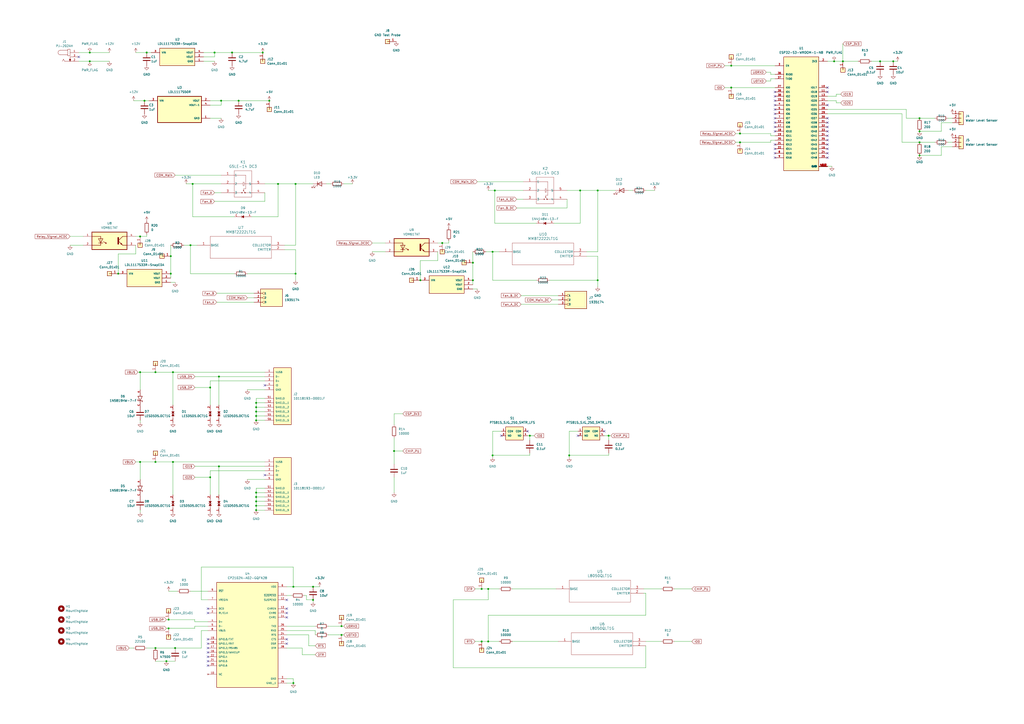
<source format=kicad_sch>
(kicad_sch (version 20230121) (generator eeschema)
  (paper "A2")
  (junction (at 198.12 368.3))
  (junction (at 483.87 35.56))
  (junction (at 274.32 162.56))
  (junction (at 128.27 58.42))
  (junction (at 533.4 82.55))
  (junction (at 171.45 158.75))
  (junction (at 90.17 267.97))
  (junction (at 533.4 68.58))
  (junction (at 97.79 359.41))
  (junction (at 279.4 341.63))
  (junction (at 279.4 372.11))
  (junction (at 96.52 383.54))
  (junction (at 171.45 106.68))
  (junction (at 336.55 110.49))
  (junction (at 346.71 162.56))
  (junction (at 285.75 264.16))
  (junction (at 97.79 364.49))
  (junction (at 170.18 396.24))
  (junction (at 90.17 215.9))
  (junction (at 283.21 341.63))
  (junction (at 353.06 252.73))
  (junction (at 148.59 241.3))
  (junction (at 148.59 236.22))
  (junction (at 198.12 363.22))
  (junction (at 134.62 30.48))
  (junction (at 429.26 82.55))
  (junction (at 283.21 372.11))
  (junction (at 148.59 288.29))
  (junction (at 307.34 252.73))
  (junction (at 152.4 30.48))
  (junction (at 510.54 35.56))
  (junction (at 101.6 375.92))
  (junction (at 170.18 340.36))
  (junction (at 81.28 137.16))
  (junction (at 81.28 267.97))
  (junction (at 148.59 238.76))
  (junction (at 85.09 30.48))
  (junction (at 83.82 58.42))
  (junction (at 518.16 35.56))
  (junction (at 138.43 58.42))
  (junction (at 99.06 158.75))
  (junction (at 100.33 267.97))
  (junction (at 228.6 261.62))
  (junction (at 488.95 35.56))
  (junction (at 111.76 106.68))
  (junction (at 127 218.44))
  (junction (at 124.46 30.48))
  (junction (at 533.4 76.2))
  (junction (at 52.07 30.48))
  (junction (at 330.2 264.16))
  (junction (at 99.06 148.59))
  (junction (at 148.59 285.75))
  (junction (at 110.49 142.24))
  (junction (at 156.21 58.42))
  (junction (at 424.18 38.1))
  (junction (at 81.28 215.9))
  (junction (at 424.18 50.8))
  (junction (at 121.92 276.86))
  (junction (at 148.59 293.37))
  (junction (at 274.32 152.4))
  (junction (at 148.59 295.91))
  (junction (at 68.58 158.75))
  (junction (at 533.4 90.17))
  (junction (at 181.61 340.36))
  (junction (at 243.84 162.56))
  (junction (at 346.71 110.49))
  (junction (at 148.59 290.83))
  (junction (at 100.33 215.9))
  (junction (at 121.92 224.79))
  (junction (at 148.59 243.84))
  (junction (at 285.75 146.05))
  (junction (at 256.54 140.97))
  (junction (at 161.29 106.68))
  (junction (at 90.17 375.92))
  (junction (at 52.07 35.56))
  (junction (at 181.61 347.98))
  (junction (at 148.59 233.68))
  (junction (at 429.26 77.47))
  (junction (at 287.02 110.49))
  (junction (at 127 270.51))
  (no_connect (at 449.58 55.88))
  (no_connect (at 153.67 275.59))
  (no_connect (at 480.06 50.8))
  (no_connect (at 480.06 91.44))
  (no_connect (at 166.37 370.84))
  (no_connect (at 480.06 76.2))
  (no_connect (at 449.58 71.12))
  (no_connect (at 449.58 91.44))
  (no_connect (at 449.58 58.42))
  (no_connect (at 449.58 83.82))
  (no_connect (at 480.06 73.66))
  (no_connect (at 45.72 33.02))
  (no_connect (at 449.58 68.58))
  (no_connect (at 166.37 373.38))
  (no_connect (at 449.58 73.66))
  (no_connect (at 449.58 63.5))
  (no_connect (at 480.06 81.28))
  (no_connect (at 480.06 53.34))
  (no_connect (at 120.65 386.08))
  (no_connect (at 480.06 60.96))
  (no_connect (at 335.28 252.73))
  (no_connect (at 449.58 76.2))
  (no_connect (at 120.65 383.54))
  (no_connect (at 166.37 358.14))
  (no_connect (at 120.65 370.84))
  (no_connect (at 480.06 78.74))
  (no_connect (at 120.65 381))
  (no_connect (at 480.06 68.58))
  (no_connect (at 120.65 378.46))
  (no_connect (at 166.37 355.6))
  (no_connect (at 480.06 88.9))
  (no_connect (at 449.58 88.9))
  (no_connect (at 306.07 250.19))
  (no_connect (at 449.58 86.36))
  (no_connect (at 166.37 353.06))
  (no_connect (at 120.65 355.6))
  (no_connect (at 480.06 71.12))
  (no_connect (at 449.58 53.34))
  (no_connect (at 449.58 60.96))
  (no_connect (at 480.06 86.36))
  (no_connect (at 480.06 83.82))
  (no_connect (at 166.37 347.98))
  (no_connect (at 120.65 375.92))
  (no_connect (at 290.83 252.73))
  (no_connect (at 120.65 373.38))
  (no_connect (at 350.52 250.19))
  (no_connect (at 153.67 223.52))
  (no_connect (at 449.58 66.04))
  (no_connect (at 120.65 353.06))
  (wire (pts (xy 346.71 148.59) (xy 346.71 162.56)))
  (wire (pts (xy 336.55 129.54) (xy 336.55 110.49)))
  (wire (pts (xy 118.11 30.48) (xy 124.46 30.48)))
  (wire (pts (xy 285.75 264.16) (xy 307.34 264.16)))
  (wire (pts (xy 148.59 290.83) (xy 153.67 290.83)))
  (wire (pts (xy 78.74 142.24) (xy 78.74 147.32)))
  (wire (pts (xy 81.28 215.9) (xy 90.17 215.9)))
  (wire (pts (xy 170.18 393.7) (xy 170.18 396.24)))
  (wire (pts (xy 198.12 363.22) (xy 199.39 363.22)))
  (wire (pts (xy 171.45 142.24) (xy 165.1 142.24)))
  (wire (pts (xy 228.6 276.86) (xy 228.6 285.75)))
  (wire (pts (xy 85.09 30.48) (xy 87.63 30.48)))
  (wire (pts (xy 287.02 129.54) (xy 287.02 110.49)))
  (wire (pts (xy 429.26 82.55) (xy 447.04 82.55)))
  (wire (pts (xy 297.18 372.11) (xy 323.85 372.11)))
  (wire (pts (xy 148.59 236.22) (xy 148.59 238.76)))
  (wire (pts (xy 307.34 252.73) (xy 309.88 252.73)))
  (wire (pts (xy 128.27 60.96) (xy 128.27 58.42)))
  (wire (pts (xy 424.18 50.8) (xy 449.58 50.8)))
  (wire (pts (xy 279.4 372.11) (xy 283.21 372.11)))
  (wire (pts (xy 78.74 30.48) (xy 85.09 30.48)))
  (wire (pts (xy 175.26 375.92) (xy 175.26 379.73)))
  (wire (pts (xy 90.17 267.97) (xy 100.33 267.97)))
  (wire (pts (xy 45.72 35.56) (xy 52.07 35.56)))
  (wire (pts (xy 124.46 30.48) (xy 134.62 30.48)))
  (wire (pts (xy 228.6 261.62) (xy 228.6 269.24)))
  (wire (pts (xy 346.71 162.56) (xy 346.71 166.37)))
  (wire (pts (xy 287.02 110.49) (xy 303.53 110.49)))
  (wire (pts (xy 148.59 233.68) (xy 148.59 236.22)))
  (wire (pts (xy 276.86 105.41) (xy 303.53 105.41)))
  (wire (pts (xy 480.06 58.42) (xy 485.14 58.42)))
  (wire (pts (xy 148.59 236.22) (xy 153.67 236.22)))
  (wire (pts (xy 353.06 252.73) (xy 354.33 252.73)))
  (wire (pts (xy 148.59 241.3) (xy 148.59 243.84)))
  (wire (pts (xy 148.59 231.14) (xy 148.59 233.68)))
  (wire (pts (xy 100.33 215.9) (xy 153.67 215.9)))
  (wire (pts (xy 520.7 35.56) (xy 518.16 35.56)))
  (wire (pts (xy 45.72 30.48) (xy 52.07 30.48)))
  (wire (pts (xy 228.6 261.62) (xy 233.68 261.62)))
  (wire (pts (xy 113.03 364.49) (xy 113.03 363.22)))
  (wire (pts (xy 444.5 41.91) (xy 447.04 41.91)))
  (wire (pts (xy 166.37 365.76) (xy 182.88 365.76)))
  (wire (pts (xy 330.2 250.19) (xy 330.2 264.16)))
  (wire (pts (xy 146.05 125.73) (xy 161.29 125.73)))
  (wire (pts (xy 113.03 270.51) (xy 127 270.51)))
  (wire (pts (xy 374.65 110.49) (xy 379.73 110.49)))
  (wire (pts (xy 485.14 55.88) (xy 485.14 54.61)))
  (wire (pts (xy 121.92 276.86) (xy 121.92 273.05)))
  (wire (pts (xy 346.71 146.05) (xy 340.36 146.05)))
  (wire (pts (xy 148.59 288.29) (xy 148.59 290.83)))
  (wire (pts (xy 336.55 110.49) (xy 346.71 110.49)))
  (wire (pts (xy 374.65 374.65) (xy 374.65 387.35)))
  (wire (pts (xy 113.03 218.44) (xy 127 218.44)))
  (wire (pts (xy 121.92 68.58) (xy 128.27 68.58)))
  (wire (pts (xy 148.59 290.83) (xy 148.59 293.37)))
  (wire (pts (xy 254 151.13) (xy 243.84 151.13)))
  (wire (pts (xy 353.06 262.89) (xy 353.06 264.16)))
  (wire (pts (xy 121.92 276.86) (xy 121.92 287.02)))
  (wire (pts (xy 121.92 220.98) (xy 153.67 220.98)))
  (wire (pts (xy 143.51 172.72) (xy 147.32 172.72)))
  (wire (pts (xy 549.91 82.55) (xy 552.45 82.55)))
  (wire (pts (xy 525.78 68.58) (xy 533.4 68.58)))
  (wire (pts (xy 124.46 111.76) (xy 128.27 111.76)))
  (wire (pts (xy 124.46 116.84) (xy 153.67 116.84)))
  (wire (pts (xy 373.38 341.63) (xy 383.54 341.63)))
  (wire (pts (xy 518.16 35.56) (xy 510.54 35.56)))
  (wire (pts (xy 374.65 387.35) (xy 262.89 387.35)))
  (wire (pts (xy 40.64 142.24) (xy 48.26 142.24)))
  (wire (pts (xy 546.1 90.17) (xy 533.4 90.17)))
  (wire (pts (xy 447.04 77.47) (xy 447.04 78.74)))
  (wire (pts (xy 113.03 224.79) (xy 121.92 224.79)))
  (wire (pts (xy 546.1 85.09) (xy 546.1 90.17)))
  (wire (pts (xy 81.28 267.97) (xy 81.28 278.13)))
  (wire (pts (xy 281.94 146.05) (xy 285.75 146.05)))
  (wire (pts (xy 148.59 233.68) (xy 153.67 233.68)))
  (wire (pts (xy 480.06 55.88) (xy 485.14 55.88)))
  (wire (pts (xy 311.15 162.56) (xy 285.75 162.56)))
  (wire (pts (xy 110.49 342.9) (xy 120.65 342.9)))
  (wire (pts (xy 118.11 33.02) (xy 124.46 33.02)))
  (wire (pts (xy 262.89 347.98) (xy 283.21 347.98)))
  (wire (pts (xy 166.37 393.7) (xy 170.18 393.7)))
  (wire (pts (xy 99.06 148.59) (xy 99.06 158.75)))
  (wire (pts (xy 138.43 58.42) (xy 156.21 58.42)))
  (wire (pts (xy 165.1 144.78) (xy 171.45 144.78)))
  (wire (pts (xy 128.27 58.42) (xy 138.43 58.42)))
  (wire (pts (xy 176.53 345.44) (xy 177.8 345.44)))
  (wire (pts (xy 116.84 347.98) (xy 116.84 328.93)))
  (wire (pts (xy 321.31 129.54) (xy 336.55 129.54)))
  (wire (pts (xy 116.84 375.92) (xy 101.6 375.92)))
  (wire (pts (xy 171.45 158.75) (xy 171.45 162.56)))
  (wire (pts (xy 549.91 68.58) (xy 552.45 68.58)))
  (wire (pts (xy 52.07 35.56) (xy 63.5 35.56)))
  (wire (pts (xy 483.87 35.56) (xy 488.95 35.56)))
  (wire (pts (xy 90.17 383.54) (xy 96.52 383.54)))
  (wire (pts (xy 171.45 106.68) (xy 171.45 142.24)))
  (wire (pts (xy 198.12 368.3) (xy 199.39 368.3)))
  (wire (pts (xy 373.38 344.17) (xy 374.65 344.17)))
  (wire (pts (xy 85.09 135.89) (xy 85.09 137.16)))
  (wire (pts (xy 99.06 142.24) (xy 99.06 148.59)))
  (wire (pts (xy 179.07 368.3) (xy 179.07 374.65)))
  (wire (pts (xy 335.28 250.19) (xy 330.2 250.19)))
  (wire (pts (xy 78.74 137.16) (xy 81.28 137.16)))
  (wire (pts (xy 127 270.51) (xy 127 287.02)))
  (wire (pts (xy 346.71 110.49) (xy 346.71 146.05)))
  (wire (pts (xy 485.14 58.42) (xy 485.14 59.69)))
  (wire (pts (xy 283.21 372.11) (xy 289.56 372.11)))
  (wire (pts (xy 274.32 162.56) (xy 274.32 165.1)))
  (wire (pts (xy 256.54 140.97) (xy 260.35 140.97)))
  (wire (pts (xy 166.37 345.44) (xy 168.91 345.44)))
  (wire (pts (xy 148.59 295.91) (xy 153.67 295.91)))
  (wire (pts (xy 81.28 137.16) (xy 85.09 137.16)))
  (wire (pts (xy 447.04 78.74) (xy 449.58 78.74)))
  (wire (pts (xy 285.75 146.05) (xy 289.56 146.05)))
  (wire (pts (xy 215.9 146.05) (xy 223.52 146.05)))
  (wire (pts (xy 116.84 365.76) (xy 116.84 375.92)))
  (wire (pts (xy 110.49 158.75) (xy 110.49 142.24)))
  (wire (pts (xy 299.72 120.65) (xy 328.93 120.65)))
  (wire (pts (xy 100.33 267.97) (xy 100.33 287.02)))
  (wire (pts (xy 525.78 63.5) (xy 525.78 68.58)))
  (wire (pts (xy 148.59 285.75) (xy 148.59 288.29)))
  (wire (pts (xy 505.46 35.56) (xy 510.54 35.56)))
  (wire (pts (xy 330.2 264.16) (xy 330.2 265.43)))
  (wire (pts (xy 166.37 396.24) (xy 170.18 396.24)))
  (wire (pts (xy 77.47 58.42) (xy 83.82 58.42)))
  (wire (pts (xy 485.14 59.69) (xy 487.68 59.69)))
  (wire (pts (xy 113.03 276.86) (xy 121.92 276.86)))
  (wire (pts (xy 546.1 76.2) (xy 533.4 76.2)))
  (wire (pts (xy 444.5 46.99) (xy 447.04 46.99)))
  (wire (pts (xy 260.35 140.97) (xy 260.35 139.7)))
  (wire (pts (xy 143.51 278.13) (xy 153.67 278.13)))
  (wire (pts (xy 121.92 60.96) (xy 128.27 60.96)))
  (wire (pts (xy 533.4 82.55) (xy 542.29 82.55)))
  (wire (pts (xy 283.21 347.98) (xy 283.21 341.63)))
  (wire (pts (xy 81.28 267.97) (xy 90.17 267.97)))
  (wire (pts (xy 297.18 341.63) (xy 322.58 341.63)))
  (wire (pts (xy 350.52 252.73) (xy 353.06 252.73)))
  (wire (pts (xy 121.92 273.05) (xy 153.67 273.05)))
  (wire (pts (xy 285.75 250.19) (xy 285.75 264.16)))
  (wire (pts (xy 90.17 375.92) (xy 101.6 375.92)))
  (wire (pts (xy 116.84 328.93) (xy 170.18 328.93)))
  (wire (pts (xy 81.28 215.9) (xy 81.28 226.06)))
  (wire (pts (xy 127 218.44) (xy 153.67 218.44)))
  (wire (pts (xy 488.95 35.56) (xy 497.84 35.56)))
  (wire (pts (xy 254 146.05) (xy 254 151.13)))
  (wire (pts (xy 523.24 66.04) (xy 523.24 82.55)))
  (wire (pts (xy 285.75 162.56) (xy 285.75 146.05)))
  (wire (pts (xy 118.11 35.56) (xy 124.46 35.56)))
  (wire (pts (xy 181.61 349.25) (xy 181.61 347.98)))
  (wire (pts (xy 52.07 30.48) (xy 63.5 30.48)))
  (wire (pts (xy 148.59 293.37) (xy 153.67 293.37)))
  (wire (pts (xy 177.8 345.44) (xy 177.8 347.98)))
  (wire (pts (xy 283.21 110.49) (xy 287.02 110.49)))
  (wire (pts (xy 153.67 106.68) (xy 161.29 106.68)))
  (wire (pts (xy 426.72 82.55) (xy 429.26 82.55)))
  (wire (pts (xy 275.59 341.63) (xy 279.4 341.63)))
  (wire (pts (xy 318.77 162.56) (xy 346.71 162.56)))
  (wire (pts (xy 182.88 365.76) (xy 182.88 368.3)))
  (wire (pts (xy 374.65 356.87) (xy 283.21 356.87)))
  (wire (pts (xy 121.92 224.79) (xy 121.92 220.98)))
  (wire (pts (xy 177.8 347.98) (xy 181.61 347.98)))
  (wire (pts (xy 148.59 288.29) (xy 153.67 288.29)))
  (wire (pts (xy 124.46 33.02) (xy 124.46 30.48)))
  (wire (pts (xy 153.67 283.21) (xy 148.59 283.21)))
  (wire (pts (xy 285.75 264.16) (xy 285.75 265.43)))
  (wire (pts (xy 447.04 82.55) (xy 447.04 81.28)))
  (wire (pts (xy 447.04 43.18) (xy 449.58 43.18)))
  (wire (pts (xy 190.5 368.3) (xy 198.12 368.3)))
  (wire (pts (xy 125.73 170.18) (xy 147.32 170.18)))
  (wire (pts (xy 364.49 110.49) (xy 367.03 110.49)))
  (wire (pts (xy 101.6 101.6) (xy 128.27 101.6)))
  (wire (pts (xy 127 270.51) (xy 153.67 270.51)))
  (wire (pts (xy 283.21 356.87) (xy 283.21 372.11)))
  (wire (pts (xy 480.06 35.56) (xy 483.87 35.56)))
  (wire (pts (xy 113.03 360.68) (xy 120.65 360.68)))
  (wire (pts (xy 40.64 137.16) (xy 48.26 137.16)))
  (wire (pts (xy 113.03 359.41) (xy 113.03 360.68)))
  (wire (pts (xy 353.06 264.16) (xy 330.2 264.16)))
  (wire (pts (xy 181.61 340.36) (xy 185.42 340.36)))
  (wire (pts (xy 429.26 77.47) (xy 447.04 77.47)))
  (wire (pts (xy 374.65 344.17) (xy 374.65 356.87)))
  (wire (pts (xy 134.62 30.48) (xy 152.4 30.48)))
  (wire (pts (xy 111.76 106.68) (xy 128.27 106.68)))
  (wire (pts (xy 480.06 66.04) (xy 523.24 66.04)))
  (wire (pts (xy 233.68 240.03) (xy 228.6 240.03)))
  (wire (pts (xy 353.06 252.73) (xy 353.06 255.27)))
  (wire (pts (xy 68.58 147.32) (xy 68.58 158.75)))
  (wire (pts (xy 306.07 252.73) (xy 307.34 252.73)))
  (wire (pts (xy 148.59 238.76) (xy 148.59 241.3)))
  (wire (pts (xy 148.59 293.37) (xy 148.59 295.91)))
  (wire (pts (xy 189.23 106.68) (xy 191.77 106.68)))
  (wire (pts (xy 80.01 215.9) (xy 81.28 215.9)))
  (wire (pts (xy 290.83 250.19) (xy 285.75 250.19)))
  (wire (pts (xy 161.29 125.73) (xy 161.29 106.68)))
  (wire (pts (xy 228.6 254) (xy 228.6 261.62)))
  (wire (pts (xy 274.32 146.05) (xy 274.32 152.4)))
  (wire (pts (xy 420.37 38.1) (xy 424.18 38.1)))
  (wire (pts (xy 143.51 226.06) (xy 153.67 226.06)))
  (wire (pts (xy 83.82 58.42) (xy 86.36 58.42)))
  (wire (pts (xy 153.67 111.76) (xy 153.67 116.84)))
  (wire (pts (xy 346.71 110.49) (xy 356.87 110.49)))
  (wire (pts (xy 279.4 341.63) (xy 283.21 341.63)))
  (wire (pts (xy 99.06 163.83) (xy 101.6 163.83)))
  (wire (pts (xy 148.59 283.21) (xy 148.59 285.75)))
  (wire (pts (xy 447.04 45.72) (xy 449.58 45.72)))
  (wire (pts (xy 113.03 363.22) (xy 120.65 363.22)))
  (wire (pts (xy 96.52 359.41) (xy 97.79 359.41)))
  (wire (pts (xy 148.59 285.75) (xy 153.67 285.75)))
  (wire (pts (xy 391.16 372.11) (xy 401.32 372.11)))
  (wire (pts (xy 287.02 129.54) (xy 311.15 129.54)))
  (wire (pts (xy 121.92 58.42) (xy 128.27 58.42)))
  (wire (pts (xy 148.59 238.76) (xy 153.67 238.76)))
  (wire (pts (xy 135.89 158.75) (xy 110.49 158.75)))
  (wire (pts (xy 111.76 125.73) (xy 135.89 125.73)))
  (wire (pts (xy 99.06 158.75) (xy 99.06 161.29)))
  (wire (pts (xy 320.04 173.99) (xy 323.85 173.99)))
  (wire (pts (xy 125.73 175.26) (xy 147.32 175.26)))
  (wire (pts (xy 302.26 176.53) (xy 323.85 176.53)))
  (wire (pts (xy 148.59 241.3) (xy 153.67 241.3)))
  (wire (pts (xy 447.04 41.91) (xy 447.04 43.18)))
  (wire (pts (xy 190.5 363.22) (xy 198.12 363.22)))
  (wire (pts (xy 170.18 340.36) (xy 181.61 340.36)))
  (wire (pts (xy 546.1 71.12) (xy 546.1 76.2)))
  (wire (pts (xy 488.95 25.4) (xy 488.95 35.56)))
  (wire (pts (xy 78.74 147.32) (xy 68.58 147.32)))
  (wire (pts (xy 166.37 368.3) (xy 179.07 368.3)))
  (wire (pts (xy 153.67 231.14) (xy 148.59 231.14)))
  (wire (pts (xy 485.14 54.61) (xy 487.68 54.61)))
  (wire (pts (xy 275.59 372.11) (xy 279.4 372.11)))
  (wire (pts (xy 166.37 375.92) (xy 175.26 375.92)))
  (wire (pts (xy 97.79 342.9) (xy 102.87 342.9)))
  (wire (pts (xy 307.34 262.89) (xy 307.34 264.16)))
  (wire (pts (xy 523.24 82.55) (xy 533.4 82.55)))
  (wire (pts (xy 111.76 125.73) (xy 111.76 106.68)))
  (wire (pts (xy 424.18 38.1) (xy 449.58 38.1)))
  (wire (pts (xy 546.1 85.09) (xy 552.45 85.09)))
  (wire (pts (xy 106.68 142.24) (xy 110.49 142.24)))
  (wire (pts (xy 480.06 63.5) (xy 525.78 63.5)))
  (wire (pts (xy 175.26 379.73) (xy 182.88 379.73)))
  (wire (pts (xy 254 140.97) (xy 256.54 140.97)))
  (wire (pts (xy 148.59 243.84) (xy 153.67 243.84)))
  (wire (pts (xy 143.51 158.75) (xy 171.45 158.75)))
  (wire (pts (xy 171.45 144.78) (xy 171.45 158.75)))
  (wire (pts (xy 166.37 340.36) (xy 170.18 340.36)))
  (wire (pts (xy 107.95 106.68) (xy 111.76 106.68)))
  (wire (pts (xy 340.36 148.59) (xy 346.71 148.59)))
  (wire (pts (xy 166.37 363.22) (xy 182.88 363.22)))
  (wire (pts (xy 96.52 364.49) (xy 97.79 364.49)))
  (wire (pts (xy 299.72 115.57) (xy 303.53 115.57)))
  (wire (pts (xy 391.16 341.63) (xy 401.32 341.63)))
  (wire (pts (xy 328.93 110.49) (xy 336.55 110.49)))
  (wire (pts (xy 85.09 375.92) (xy 90.17 375.92)))
  (wire (pts (xy 199.39 106.68) (xy 204.47 106.68)))
  (wire (pts (xy 170.18 328.93) (xy 170.18 340.36)))
  (wire (pts (xy 78.74 267.97) (xy 81.28 267.97)))
  (wire (pts (xy 447.04 81.28) (xy 449.58 81.28)))
  (wire (pts (xy 90.17 215.9) (xy 100.33 215.9)))
  (wire (pts (xy 96.52 383.54) (xy 101.6 383.54)))
  (wire (pts (xy 228.6 240.03) (xy 228.6 246.38)))
  (wire (pts (xy 482.6 96.52) (xy 480.06 96.52)))
  (wire (pts (xy 161.29 106.68) (xy 171.45 106.68)))
  (wire (pts (xy 328.93 115.57) (xy 328.93 120.65)))
  (wire (pts (xy 274.32 167.64) (xy 276.86 167.64)))
  (wire (pts (xy 179.07 374.65) (xy 182.88 374.65)))
  (wire (pts (xy 426.72 77.47) (xy 429.26 77.47)))
  (wire (pts (xy 447.04 46.99) (xy 447.04 45.72)))
  (wire (pts (xy 262.89 387.35) (xy 262.89 347.98)))
  (wire (pts (xy 100.33 215.9) (xy 100.33 234.95)))
  (wire (pts (xy 97.79 364.49) (xy 113.03 364.49)))
  (wire (pts (xy 283.21 341.63) (xy 289.56 341.63)))
  (wire (pts (xy 533.4 68.58) (xy 542.29 68.58)))
  (wire (pts (xy 374.65 372.11) (xy 383.54 372.11)))
  (wire (pts (xy 127 218.44) (xy 127 234.95)))
  (wire (pts (xy 420.37 50.8) (xy 424.18 50.8)))
  (wire (pts (xy 100.33 267.97) (xy 153.67 267.97)))
  (wire (pts (xy 121.92 224.79) (xy 121.92 234.95)))
  (wire (pts (xy 302.26 171.45) (xy 323.85 171.45)))
  (wire (pts (xy 81.28 243.84) (xy 81.28 245.11)))
  (wire (pts (xy 74.93 375.92) (xy 77.47 375.92)))
  (wire (pts (xy 307.34 252.73) (xy 307.34 255.27)))
  (wire (pts (xy 110.49 142.24) (xy 114.3 142.24)))
  (wire (pts (xy 274.32 152.4) (xy 274.32 162.56)))
  (wire (pts (xy 81.28 295.91) (xy 81.28 297.18)))
  (wire (pts (xy 120.65 365.76) (xy 116.84 365.76)))
  (wire (pts (xy 97.79 359.41) (xy 113.03 359.41)))
  (wire (pts (xy 171.45 106.68) (xy 181.61 106.68)))
  (wire (pts (xy 243.84 151.13) (xy 243.84 162.56)))
  (wire (pts (xy 546.1 71.12) (xy 552.45 71.12)))
  (wire (pts (xy 215.9 140.97) (xy 223.52 140.97)))
  (wire (pts (xy 120.65 347.98) (xy 116.84 347.98)))
  (global_label "COM_Main" (shape input) (at 101.6 101.6 180) (property "Intersheetrefs" "${INTERSHEET_REFS}" (effects hide)))
  (global_label "U0RXD" (shape input) (at 444.5 41.91 180) (property "Intersheetrefs" "${INTERSHEET_REFS}" (effects hide)))
  (global_label "Fan_B" (shape input) (at 125.73 170.18 180) (property "Intersheetrefs" "${INTERSHEET_REFS}" (effects hide)))
  (global_label "Relay_Signal_ACDC" (shape input) (at 426.72 77.47 180) (property "Intersheetrefs" "${INTERSHEET_REFS}" (effects hide)))
  (global_label "Relay_Signal_DCDC" (shape input) (at 215.9 140.97 180) (property "Intersheetrefs" "${INTERSHEET_REFS}" (effects hide)))
  (global_label "VBUS" (shape input) (at 78.74 267.97 180) (property "Intersheetrefs" "${INTERSHEET_REFS}" (effects hide)))
  (global_label "IO0" (shape input) (at 309.88 252.73 0) (property "Intersheetrefs" "${INTERSHEET_REFS}" (effects hide)))
  (global_label "Fan_A" (shape input) (at 125.73 175.26 180) (property "Intersheetrefs" "${INTERSHEET_REFS}" (effects hide)))
  (global_label "U0RXD" (shape input) (at 199.39 363.22 0) (property "Intersheetrefs" "${INTERSHEET_REFS}" (effects hide)))
  (global_label "Fan_B" (shape input) (at 124.46 116.84 180) (property "Intersheetrefs" "${INTERSHEET_REFS}" (effects hide)))
  (global_label "Fan_B_DC" (shape input) (at 299.72 120.65 180) (property "Intersheetrefs" "${INTERSHEET_REFS}" (effects hide)))
  (global_label "U0TXD" (shape input) (at 199.39 368.3 0) (property "Intersheetrefs" "${INTERSHEET_REFS}" (effects hide)))
  (global_label "CHIP_PU" (shape input) (at 401.32 341.63 0) (property "Intersheetrefs" "${INTERSHEET_REFS}" (effects hide)))
  (global_label "Fan_A_DC" (shape input) (at 299.72 115.57 180) (property "Intersheetrefs" "${INTERSHEET_REFS}" (effects hide)))
  (global_label "ESP_3V3" (shape input) (at 488.95 25.4 0) (property "Intersheetrefs" "${INTERSHEET_REFS}" (effects hide)))
  (global_label "COM_Main_DC" (shape input) (at 276.86 105.41 180) (property "Intersheetrefs" "${INTERSHEET_REFS}" (effects hide)))
  (global_label "CHIP_PU" (shape input) (at 420.37 38.1 180) (property "Intersheetrefs" "${INTERSHEET_REFS}" (effects hide)))
  (global_label "DTR" (shape input) (at 275.59 341.63 180) (property "Intersheetrefs" "${INTERSHEET_REFS}" (effects hide)))
  (global_label "IO19" (shape input) (at 487.68 54.61 0) (property "Intersheetrefs" "${INTERSHEET_REFS}" (effects hide)))
  (global_label "RTS" (shape input) (at 275.59 372.11 180) (property "Intersheetrefs" "${INTERSHEET_REFS}" (effects hide)))
  (global_label "IO0" (shape input) (at 420.37 50.8 180) (property "Intersheetrefs" "${INTERSHEET_REFS}" (effects hide)))
  (global_label "CHIP_PU" (shape input) (at 233.68 261.62 0) (property "Intersheetrefs" "${INTERSHEET_REFS}" (effects hide)))
  (global_label "COM_Main_DC" (shape input) (at 320.04 173.99 180) (property "Intersheetrefs" "${INTERSHEET_REFS}" (effects hide)))
  (global_label "Fan_A" (shape input) (at 124.46 111.76 180) (property "Intersheetrefs" "${INTERSHEET_REFS}" (effects hide)))
  (global_label "IO20" (shape input) (at 113.03 276.86 180) (property "Intersheetrefs" "${INTERSHEET_REFS}" (effects hide)))
  (global_label "Fan_B_DC" (shape input) (at 302.26 171.45 180) (property "Intersheetrefs" "${INTERSHEET_REFS}" (effects hide)))
  (global_label "USB_DP" (shape input) (at 113.03 224.79 180) (property "Intersheetrefs" "${INTERSHEET_REFS}" (effects hide)))
  (global_label "VBUS" (shape input) (at 80.01 215.9 180) (property "Intersheetrefs" "${INTERSHEET_REFS}" (effects hide)))
  (global_label "U0TXD" (shape input) (at 444.5 46.99 180) (property "Intersheetrefs" "${INTERSHEET_REFS}" (effects hide)))
  (global_label "VBUS" (shape input) (at 74.93 375.92 180) (property "Intersheetrefs" "${INTERSHEET_REFS}" (effects hide)))
  (global_label "USB_DN" (shape input) (at 96.52 364.49 180) (property "Intersheetrefs" "${INTERSHEET_REFS}" (effects hide)))
  (global_label "RTS" (shape input) (at 182.88 374.65 0) (property "Intersheetrefs" "${INTERSHEET_REFS}" (effects hide)))
  (global_label "IO20" (shape input) (at 487.68 59.69 0) (property "Intersheetrefs" "${INTERSHEET_REFS}" (effects hide)))
  (global_label "CHIP_PU" (shape input) (at 354.33 252.73 0) (property "Intersheetrefs" "${INTERSHEET_REFS}" (effects hide)))
  (global_label "ESP_3V3" (shape input) (at 233.68 240.03 0) (property "Intersheetrefs" "${INTERSHEET_REFS}" (effects hide)))
  (global_label "Relay_Signal_DCDC" (shape input) (at 426.72 82.55 180) (property "Intersheetrefs" "${INTERSHEET_REFS}" (effects hide)))
  (global_label "USB_DN" (shape input) (at 113.03 218.44 180) (property "Intersheetrefs" "${INTERSHEET_REFS}" (effects hide)))
  (global_label "COM_Main" (shape input) (at 143.51 172.72 180) (property "Intersheetrefs" "${INTERSHEET_REFS}" (effects hide)))
  (global_label "Fan_A_DC" (shape input) (at 302.26 176.53 180) (property "Intersheetrefs" "${INTERSHEET_REFS}" (effects hide)))
  (global_label "DTR" (shape input) (at 182.88 379.73 0) (property "Intersheetrefs" "${INTERSHEET_REFS}" (effects hide)))
  (global_label "Relay_Signal_ACDC" (shape input) (at 40.64 137.16 180) (property "Intersheetrefs" "${INTERSHEET_REFS}" (effects hide)))
  (global_label "USB_DP" (shape input) (at 96.52 359.41 180) (property "Intersheetrefs" "${INTERSHEET_REFS}" (effects hide)))
  (global_label "IO19" (shape input) (at 113.03 270.51 180) (property "Intersheetrefs" "${INTERSHEET_REFS}" (effects hide)))
  (global_label "IO0" (shape input) (at 401.32 372.11 0) (property "Intersheetrefs" "${INTERSHEET_REFS}" (effects hide)))
  (symbol (lib_id "Device:R") (at 314.96 162.56 90) (unit 1)
    (property "Reference" "R23" (at 314.96 161.29 90))
    (property "Value" "10000" (at 314.96 163.83 90))
    (property "Footprint" "Resistor_SMD:R_0805_2012Metric_Pad1.20x1.40mm_HandSolder" (effects hide))
  )
  (symbol (lib_id "power:GND") (at 83.82 66.04 0) (unit 1)
    (property "Reference" "#PWR08" (effects hide))
    (property "Value" "GND" (at 83.82 71.12 0))
  )
  (symbol (lib_id "ECE445:LESD5D5.0CT1G") (at 127 292.1 90) (unit 1)
    (property "Reference" "D4" (at 129.54 290.83 90) (effects (justify right)))
    (property "Value" "LESD5D5.0CT1G" (at 129.54 293.37 90) (effects (justify right)))
    (property "Footprint" "ECE445:LESD5D5_0CT1G" (effects hide))
    (property "MF" "Leshan Radio Co." (effects hide))
    (property "MAXIMUM_PACKAGE_HEIGHT" "0.7 mm" (effects hide))
    (property "Package" "None" (effects hide))
    (property "Price" "None" (effects hide))
    (property "Check_prices" "https://www.snapeda.com/parts/LESD5D5.0CT1G/Leshan+Radio+Co./view-part/?ref=eda" (effects hide))
    (property "STANDARD" "Manufacturer Recommendations" (effects hide))
    (property "PARTREV" "O" (effects hide))
    (property "SnapEDA_Link" "https://www.snapeda.com/parts/LESD5D5.0CT1G/Leshan+Radio+Co./view-part/?ref=snap" (effects hide))
    (property "MP" "LESD5D5.0CT1G" (effects hide))
    (property "Description" "\nTransient Voltage Suppressors for ESD Protection\n" (effects hide))
    (property "Availability" "Not in stock" (effects hide))
    (property "MANUFACTURER" "LRC" (effects hide))
  )
  (symbol (lib_id "power:GND") (at 510.54 43.18 0) (mirror y) (unit 1)
    (property "Reference" "#PWR014" (effects hide))
    (property "Value" "GND" (at 510.54 48.26 0))
  )
  (symbol (lib_id "Device:R") (at 85.09 132.08 0) (unit 1)
    (property "Reference" "R20" (at 87.63 130.81 0) (effects (justify left)))
    (property "Value" "0" (at 87.63 133.35 0) (effects (justify left)))
    (property "Footprint" "Resistor_SMD:R_0805_2012Metric_Pad1.20x1.40mm_HandSolder" (effects hide))
  )
  (symbol (lib_id "Mechanical:MountingHole") (at 35.56 372.11 0) (unit 1)
    (property "Reference" "H4" (at 38.1 370.84 0) (effects (justify left)))
    (property "Value" "MountingHole" (at 38.1 373.38 0) (effects (justify left)))
    (property "Footprint" "MountingHole:MountingHole_3.2mm_M3" (effects hide))
  )
  (symbol (lib_id "Device:R") (at 195.58 106.68 90) (unit 1)
    (property "Reference" "R19" (at 195.58 105.41 90))
    (property "Value" "1000" (at 195.58 107.95 90))
    (property "Footprint" "Resistor_SMD:R_0805_2012Metric_Pad1.20x1.40mm_HandSolder" (effects hide))
  )
  (symbol (lib_id "Device:R") (at 546.1 82.55 90) (unit 1)
    (property "Reference" "R16" (at 546.1 81.28 90))
    (property "Value" "100" (at 546.1 83.82 90))
    (property "Footprint" "Resistor_SMD:R_0805_2012Metric_Pad1.20x1.40mm_HandSolder" (effects hide))
  )
  (symbol (lib_id "Device:R") (at 186.69 368.3 90) (unit 1)
    (property "Reference" "R8" (at 186.69 367.03 90))
    (property "Value" "0" (at 186.69 369.57 90))
    (property "Footprint" "Resistor_SMD:R_0805_2012Metric_Pad1.20x1.40mm_HandSolder" (effects hide))
  )
  (symbol (lib_id "ECE445:LDL1117S33R-SnapEDA") (at 83.82 161.29 0) (unit 1)
    (property "Reference" "U11" (at 83.82 151.13 0))
    (property "Value" "LDL1117S33R-SnapEDA" (at 83.82 153.67 0))
    (property "Footprint" "ECE445:LDL1117S33R-SnapEDA" (effects hide))
    (property "DigiKey_Part_Number" "497-17239-2-ND" (effects hide))
    (property "MF" "STMicroelectronics" (effects hide))
    (property "MAXIMUM_PACKAGE_HEIGHT" "1.8 mm" (effects hide))
    (property "Package" "SOT-223 STMicroelectronics" (effects hide))
    (property "Check_prices" "https://www.snapeda.com/parts/LDL1117S33R/STMicroelectronics/view-part/?ref=eda" (effects hide))
    (property "STANDARD" "IPC 7351B" (effects hide))
    (property "PARTREV" "7" (effects hide))
    (property "SnapEDA_Link" "https://www.snapeda.com/parts/LDL1117S33R/STMicroelectronics/view-part/?ref=snap" (effects hide))
    (property "MP" "LDL1117S33R" (effects hide))
    (property "Purchase-URL" "https://www.snapeda.com/api/url_track_click_mouser/?unipart_id=865632&manufacturer=STMicroelectronics&part_name=LDL1117S33R&search_term=ldl1117s33r" (effects hide))
    (property "Description" "\nLinear Voltage Regulator IC Positive Fixed 1 Output 1.2A SOT-223\n" (effects hide))
    (property "SNAPEDA_PN" "LDL1117S33R" (effects hide))
    (property "MANUFACTURER" "STMicroelectronics" (effects hide))
  )
  (symbol (lib_id "ECE445:G5LE-14_DC3") (at 303.53 105.41 0) (unit 1)
    (property "Reference" "K2" (at 316.23 97.79 0) (effects (font (size 1.524 1.524))))
    (property "Value" "G5LE-14 DC3" (at 316.23 100.33 0) (effects (font (size 1.524 1.524))))
    (property "Footprint" "ECE445:G5LE-1 DC3" (effects hide))
    (property "Datasheet" "G5LE-14 DC3" (effects hide))
  )
  (symbol (lib_id "Connector_Generic:Conn_01x03") (at 557.53 82.55 0) (unit 1)
    (property "Reference" "J5" (at 560.07 81.28 0) (effects (justify left)))
    (property "Value" "Water Level Sensor" (at 560.07 83.82 0) (effects (justify left)))
    (property "Footprint" "ECE445:1935174" (effects hide))
  )
  (symbol (lib_id "ECE445:1N4148W-13-F") (at 316.23 129.54 180) (unit 1)
    (property "Reference" "D11" (at 316.23 124.46 0))
    (property "Value" "1N4148W-13-F" (at 316.23 127 0))
    (property "Footprint" "ECE445:1N4148W-13-F" (effects hide))
    (property "PARTREV" "28-2" (effects hide))
    (property "MANUFACTURER" "Diodes" (effects hide))
    (property "STANDARD" "IPC-7351B" (effects hide))
  )
  (symbol (lib_id "Connector_Generic:Conn_01x01") (at 256.54 146.05 270) (unit 1)
    (property "Reference" "J29" (at 257.81 143.51 90) (effects (justify left)))
    (property "Value" "Conn_01x01" (at 257.81 146.05 90) (effects (justify left)))
    (property "Footprint" "Connector_PinSocket_2.54mm:PinSocket_1x01_P2.54mm_Vertical" (effects hide))
  )
  (symbol (lib_id "power:PWR_FLAG") (at 52.07 30.48 0) (unit 1)
    (property "Reference" "#FLG01" (effects hide))
    (property "Value" "PWR_FLAG" (at 52.07 25.4 0))
  )
  (symbol (lib_id "power:GND") (at 533.4 76.2 0) (unit 1)
    (property "Reference" "#PWR037" (effects hide))
    (property "Value" "GND" (at 533.4 80.01 0))
  )
  (symbol (lib_id "power:GND") (at 100.33 297.18 0) (unit 1)
    (property "Reference" "#PWR033" (effects hide))
    (property "Value" "GND" (at 100.33 302.26 0))
  )
  (symbol (lib_id "power:+5V") (at 552.45 66.04 0) (unit 1)
    (property "Reference" "#PWR034" (effects hide))
    (property "Value" "+5V" (at 552.45 60.96 0))
  )
  (symbol (lib_id "power:+3.3V") (at 107.95 106.68 0) (unit 1)
    (property "Reference" "#PWR042" (effects hide))
    (property "Value" "+3.3V" (at 107.95 102.87 0))
  )
  (symbol (lib_id "ECE445:L8050QLT1G") (at 323.85 372.11 0) (unit 1)
    (property "Reference" "U6" (at 349.25 361.95 0) (effects (font (size 1.524 1.524))))
    (property "Value" "L8050QLT1G" (at 349.25 364.49 0) (effects (font (size 1.524 1.524))))
    (property "Footprint" "ECE445:SOT-23_ONS" (effects hide))
    (property "Datasheet" "KSC3265YMTF" (effects hide))
  )
  (symbol (lib_id "Device:R") (at 293.37 341.63 90) (unit 1)
    (property "Reference" "R9" (at 293.37 335.28 90))
    (property "Value" "10000" (at 293.37 337.82 90))
    (property "Footprint" "Resistor_SMD:R_0805_2012Metric_Pad1.20x1.40mm_HandSolder" (effects hide))
  )
  (symbol (lib_id "Connector_Generic:Conn_01x03") (at 557.53 68.58 0) (unit 1)
    (property "Reference" "J4" (at 560.07 67.31 0) (effects (justify left)))
    (property "Value" "Water Level Sensor" (at 560.07 69.85 0) (effects (justify left)))
    (property "Footprint" "ECE445:1935174" (effects hide))
  )
  (symbol (lib_id "Device:R") (at 533.4 86.36 0) (unit 1)
    (property "Reference" "R18" (at 535.94 85.09 0) (effects (justify left)))
    (property "Value" "200" (at 535.94 87.63 0) (effects (justify left)))
    (property "Footprint" "Resistor_SMD:R_0805_2012Metric_Pad1.20x1.40mm_HandSolder" (effects hide))
  )
  (symbol (lib_id "power:GND") (at 121.92 297.18 0) (unit 1)
    (property "Reference" "#PWR018" (effects hide))
    (property "Value" "GND" (at 121.92 302.26 0))
  )
  (symbol (lib_id "ECE445:L8050QLT1G") (at 322.58 341.63 0) (unit 1)
    (property "Reference" "U5" (at 347.98 331.47 0) (effects (font (size 1.524 1.524))))
    (property "Value" "L8050QLT1G" (at 347.98 334.01 0) (effects (font (size 1.524 1.524))))
    (property "Footprint" "ECE445:SOT-23_ONS" (effects hide))
    (property "Datasheet" "KSC3265YMTF" (effects hide))
  )
  (symbol (lib_id "Connector_Generic:Conn_01x01") (at 279.4 336.55 90) (unit 1)
    (property "Reference" "J25" (at 276.86 330.2 90) (effects (justify right)))
    (property "Value" "Conn_01x01" (at 276.86 332.74 90) (effects (justify right)))
    (property "Footprint" "Connector_PinSocket_2.54mm:PinSocket_1x01_P2.54mm_Vertical" (effects hide))
  )
  (symbol (lib_id "ECE445:MMBT2222LT1G") (at 114.3 142.24 0) (unit 1)
    (property "Reference" "U7" (at 139.7 132.08 0) (effects (font (size 1.524 1.524))))
    (property "Value" "MMBT2222LT1G" (at 139.7 134.62 0) (effects (font (size 1.524 1.524))))
    (property "Footprint" "ECE445:MMBT2222LT1G" (effects hide))
    (property "Datasheet" "MMBT2222LT1G" (effects hide))
  )
  (symbol (lib_id "Device:R") (at 228.6 250.19 0) (unit 1)
    (property "Reference" "R14" (at 231.14 248.92 0) (effects (justify left)))
    (property "Value" "10000" (at 231.14 251.46 0) (effects (justify left)))
    (property "Footprint" "Resistor_SMD:R_0805_2012Metric_Pad1.20x1.40mm_HandSolder" (effects hide))
  )
  (symbol (lib_id "Device:C") (at 101.6 379.73 0) (unit 1)
    (property "Reference" "C9" (at 105.41 378.46 0) (effects (justify left)))
    (property "Value" "1uF" (at 105.41 381 0) (effects (justify left)))
    (property "Footprint" "Capacitor_SMD:C_0805_2012Metric_Pad1.18x1.45mm_HandSolder" (effects hide))
  )
  (symbol (lib_id "Device:LED") (at 360.68 110.49 0) (unit 1)
    (property "Reference" "D12" (at 359.0925 104.14 0))
    (property "Value" "LED" (at 359.0925 106.68 0))
    (property "Footprint" "Diode_SMD:D_0805_2012Metric_Pad1.15x1.40mm_HandSolder" (effects hide))
  )
  (symbol (lib_id "power:GND") (at 128.27 68.58 0) (unit 1)
    (property "Reference" "#PWR036" (effects hide))
    (property "Value" "GND" (at 128.27 73.66 0))
  )
  (symbol (lib_id "power:GND") (at 138.43 66.04 0) (unit 1)
    (property "Reference" "#PWR039" (effects hide))
    (property "Value" "GND" (at 138.43 71.12 0))
  )
  (symbol (lib_id "ECE445:10118193-0001LF") (at 163.83 275.59 0) (unit 1)
    (property "Reference" "J3" (at 170.18 280.67 0) (effects (justify left)))
    (property "Value" "10118193-0001LF" (at 170.18 283.21 0) (effects (justify left)))
    (property "Footprint" "ECE445:10118193-0001LF" (effects hide))
    (property "PARTREV" "E" (effects hide))
    (property "MANUFACTURER" "Amphenol FCI" (effects hide))
    (property "MAXIMUM_PACKAGE_HEIGHT" "2.55 mm" (effects hide))
    (property "STANDARD" "Manufacturer Recommendations" (effects hide))
  )
  (symbol (lib_id "Device:C") (at 134.62 34.29 0) (unit 1)
    (property "Reference" "C2" (at 138.43 33.02 0) (effects (justify left)))
    (property "Value" "4.7uF" (at 138.43 35.56 0) (effects (justify left)))
    (property "Footprint" "Capacitor_SMD:C_0805_2012Metric_Pad1.18x1.45mm_HandSolder" (effects hide))
  )
  (symbol (lib_id "power:GND") (at 229.87 24.13 0) (unit 1)
    (property "Reference" "#PWR051" (effects hide))
    (property "Value" "GND" (at 229.87 29.21 0))
  )
  (symbol (lib_id "ECE445:1N5819HW-7-F") (at 81.28 283.21 270) (unit 1)
    (property "Reference" "D5" (at 69.85 281.94 90) (effects (justify left)))
    (property "Value" "1N5819HW-7-F" (at 63.5 284.48 90) (effects (justify left)))
    (property "Footprint" "ECE445:1N5819HW-7-F" (effects hide))
    (property "PARTREV" "18-2" (effects hide))
    (property "STANDARD" "IPC-7351B" (effects hide))
    (property "MANUFACTURER" "Diodes Inc." (effects hide))
  )
  (symbol (lib_id "Connector_Generic:Conn_01x01") (at 156.21 63.5 270) (unit 1)
    (property "Reference" "J11" (at 158.75 62.23 90) (effects (justify left)))
    (property "Value" "Conn_01x01" (at 158.75 64.77 90) (effects (justify left)))
    (property "Footprint" "Connector_PinSocket_2.54mm:PinSocket_1x01_P2.54mm_Vertical" (effects hide))
  )
  (symbol (lib_id "ECE445:VOM617AT") (at 63.5 139.7 0) (unit 1)
    (property "Reference" "U8" (at 63.5 129.54 0))
    (property "Value" "VOM617AT" (at 63.5 132.08 0))
    (property "Footprint" "ECE445:VOM617AT" (effects hide))
    (property "MF" "Vishay Semiconductor" (effects hide))
    (property "Description" "\nVOM617AT DC Input Phototransistor Output Optocoupler, Surface Mount, 4-Pin SOP | Siliconix / Vishay VOM617AT\n" (effects hide))
    (property "Package" "SOP-4 Vishay Semiconductor" (effects hide))
    (property "Price" "None" (effects hide))
    (property "Check_prices" "https://www.snapeda.com/parts/VOM617AT/Vishay+Semiconductor+Opto+Division/view-part/?ref=eda" (effects hide))
    (property "SnapEDA_Link" "https://www.snapeda.com/parts/VOM617AT/Vishay+Semiconductor+Opto+Division/view-part/?ref=snap" (effects hide))
    (property "MP" "VOM617AT" (effects hide))
    (property "Purchase-URL" "https://www.snapeda.com/api/url_track_click_mouser/?unipart_id=289684&manufacturer=Vishay Semiconductor&part_name=VOM617AT&search_term=sop 4 pin" (effects hide))
    (property "Availability" "In Stock" (effects hide))
    (property "MANUFACTURER" "VISHAY" (effects hide))
  )
  (symbol (lib_id "Device:C") (at 353.06 259.08 0) (unit 1)
    (property "Reference" "C12" (at 356.87 257.81 0) (effects (justify left)))
    (property "Value" "0.1uF" (at 356.87 260.35 0) (effects (justify left)))
    (property "Footprint" "Capacitor_SMD:C_0805_2012Metric_Pad1.18x1.45mm_HandSolder" (effects hide))
  )
  (symbol (lib_id "ECE445:1N5819HW-7-F") (at 81.28 231.14 270) (unit 1)
    (property "Reference" "D6" (at 69.85 229.87 90) (effects (justify left)))
    (property "Value" "1N5819HW-7-F" (at 63.5 232.41 90) (effects (justify left)))
    (property "Footprint" "ECE445:1N5819HW-7-F" (effects hide))
    (property "PARTREV" "18-2" (effects hide))
    (property "STANDARD" "IPC-7351B" (effects hide))
    (property "MANUFACTURER" "Diodes Inc." (effects hide))
  )
  (symbol (lib_id "ECE445:LESD5D5.0CT1G") (at 121.92 240.03 90) (unit 1)
    (property "Reference" "D1" (at 105.41 238.76 90) (effects (justify right)))
    (property "Value" "LESD5D5.0CT1G" (at 105.41 241.3 90) (effects (justify right)))
    (property "Footprint" "ECE445:LESD5D5_0CT1G" (effects hide))
    (property "MF" "Leshan Radio Co." (effects hide))
    (property "MAXIMUM_PACKAGE_HEIGHT" "0.7 mm" (effects hide))
    (property "Package" "None" (effects hide))
    (property "Price" "None" (effects hide))
    (property "Check_prices" "https://www.snapeda.com/parts/LESD5D5.0CT1G/Leshan+Radio+Co./view-part/?ref=eda" (effects hide))
    (property "STANDARD" "Manufacturer Recommendations" (effects hide))
    (property "PARTREV" "O" (effects hide))
    (property "SnapEDA_Link" "https://www.snapeda.com/parts/LESD5D5.0CT1G/Leshan+Radio+Co./view-part/?ref=snap" (effects hide))
    (property "MP" "LESD5D5.0CT1G" (effects hide))
    (property "Description" "\nTransient Voltage Suppressors for ESD Protection\n" (effects hide))
    (property "Availability" "Not in stock" (effects hide))
    (property "MANUFACTURER" "LRC" (effects hide))
  )
  (symbol (lib_id "power:GND") (at 285.75 265.43 0) (unit 1)
    (property "Reference" "#PWR030" (effects hide))
    (property "Value" "GND" (at 285.75 270.51 0))
  )
  (symbol (lib_id "power:GND") (at 276.86 167.64 0) (unit 1)
    (property "Reference" "#PWR053" (effects hide))
    (property "Value" "GND" (at 276.86 172.72 0))
  )
  (symbol (lib_id "power:+12V") (at 63.5 30.48 0) (unit 1)
    (property "Reference" "#PWR01" (effects hide))
    (property "Value" "+12V" (at 63.5 25.4 0))
  )
  (symbol (lib_id "power:+3.3V") (at 185.42 340.36 0) (unit 1)
    (property "Reference" "#PWR025" (effects hide))
    (property "Value" "+3.3V" (at 185.42 335.28 0))
  )
  (symbol (lib_id "Connector_Generic:Conn_01x01") (at 269.24 152.4 180) (unit 1)
    (property "Reference" "J10" (at 264.16 148.59 0))
    (property "Value" "Conn_01x01" (at 264.16 151.13 0))
    (property "Footprint" "Connector_PinSocket_2.54mm:PinSocket_1x01_P2.54mm_Vertical" (effects hide))
  )
  (symbol (lib_id "ECE445:ESP32-S3-WROOM-1-N8") (at 464.82 63.5 0) (unit 1)
    (property "Reference" "U1" (at 464.82 27.94 0))
    (property "Value" "ESP32-S3-WROOM-1-N8" (at 464.82 30.48 0))
    (property "Footprint" "ECE445:ESP32-S3-WROOM-1-N8-SnapEDA" (effects hide))
    (property "DigiKey_Part_Number" "1965-ESP32-S3-WROOM-1-N8TR-ND" (effects hide))
    (property "MF" "Espressif Systems" (effects hide))
    (property "DESCRIPTION" "Bluetooth, WiFi 802.11b/g/n, Bluetooth v5.0 Transceiver Module 2.4GHz PCB Trace Surface Mount" (effects hide))
    (property "PACKAGE" "None" (effects hide))
    (property "PRICE" "None" (effects hide))
    (property "Package" "NON STANDARD Espressif Systems" (effects hide))
    (property "Check_prices" "https://www.snapeda.com/parts/ESP32-S3-WROOM-1-N8/Espressif+Systems/view-part/?ref=eda" (effects hide))
    (property "SnapEDA_Link" "https://www.snapeda.com/parts/ESP32-S3-WROOM-1-N8/Espressif+Systems/view-part/?ref=snap" (effects hide))
    (property "MP" "ESP32-S3-WROOM-1-N8" (effects hide))
    (property "Purchase-URL" "https://www.snapeda.com/api/url_track_click_mouser/?unipart_id=11020927&manufacturer=Espressif Systems&part_name=ESP32-S3-WROOM-1-N8&search_term=None" (effects hide))
    (property "Description" "\nWiFi 802.11a/b/g/n, Bluetooth v5.0 Transceiver Module 2.4GHz Antenna Not Included -\n" (effects hide))
    (property "AVAILABILITY" "In Stock" (effects hide))
    (property "PURCHASE-URL" "https://pricing.snapeda.com/search/part/ESP32-S3-WROOM-1-N8R8/?ref=eda" (effects hide))
  )
  (symbol (lib_id "Connector_Generic:Conn_01x01") (at 63.5 158.75 180) (unit 1)
    (property "Reference" "J27" (at 63.5 152.4 0))
    (property "Value" "Conn_01x01" (at 63.5 154.94 0))
    (property "Footprint" "Connector_PinSocket_2.54mm:PinSocket_1x01_P2.54mm_Vertical" (effects hide))
  )
  (symbol (lib_id "Connector_Generic:Conn_01x01") (at 198.12 358.14 90) (unit 1)
    (property "Reference" "J19" (at 200.66 356.87 90) (effects (justify right)))
    (property "Value" "Conn_01x01" (at 200.66 359.41 90) (effects (justify right)))
    (property "Footprint" "Connector_PinSocket_2.54mm:PinSocket_1x01_P2.54mm_Vertical" (effects hide))
  )
  (symbol (lib_id "power:GND") (at 181.61 349.25 0) (unit 1)
    (property "Reference" "#PWR026" (effects hide))
    (property "Value" "GND" (at 181.61 354.33 0))
  )
  (symbol (lib_id "ECE445:1N4148W-13-F") (at 140.97 125.73 180) (unit 1)
    (property "Reference" "D9" (at 140.97 120.65 0))
    (property "Value" "1N4148W-13-F" (at 140.97 123.19 0))
    (property "Footprint" "ECE445:1N4148W-13-F" (effects hide))
    (property "PARTREV" "28-2" (effects hide))
    (property "MANUFACTURER" "Diodes" (effects hide))
    (property "STANDARD" "IPC-7351B" (effects hide))
  )
  (symbol (lib_id "Device:C") (at 83.82 62.23 0) (unit 1)
    (property "Reference" "C3" (at 86.36 60.96 0) (effects (justify left)))
    (property "Value" "1uF" (at 86.36 63.5 0) (effects (justify left)))
    (property "Footprint" "Capacitor_SMD:C_0805_2012Metric_Pad1.18x1.45mm_HandSolder" (effects hide))
  )
  (symbol (lib_id "Connector_Generic:Conn_01x01") (at 90.17 210.82 90) (unit 1)
    (property "Reference" "J20" (at 92.71 209.55 90) (effects (justify right)))
    (property "Value" "Conn_01x01" (at 92.71 212.09 90) (effects (justify right)))
    (property "Footprint" "Connector_PinSocket_2.54mm:PinSocket_1x01_P2.54mm_Vertical" (effects hide))
  )
  (symbol (lib_id "Device:R") (at 172.72 345.44 270) (unit 1)
    (property "Reference" "R4" (at 172.72 347.98 90))
    (property "Value" "10000" (at 172.72 350.52 90))
    (property "Footprint" "Resistor_SMD:R_0805_2012Metric_Pad1.20x1.40mm_HandSolder" (effects hide))
  )
  (symbol (lib_id "Device:R") (at 106.68 342.9 90) (unit 1)
    (property "Reference" "R3" (at 106.68 336.55 90))
    (property "Value" "1000" (at 106.68 339.09 90))
    (property "Footprint" "Resistor_SMD:R_0805_2012Metric_Pad1.20x1.40mm_HandSolder" (effects hide))
  )
  (symbol (lib_id "Mechanical:MountingHole") (at 35.56 365.76 0) (unit 1)
    (property "Reference" "H3" (at 38.1 364.49 0) (effects (justify left)))
    (property "Value" "MountingHole" (at 38.1 367.03 0) (effects (justify left)))
    (property "Footprint" "MountingHole:MountingHole_3.2mm_M3" (effects hide))
  )
  (symbol (lib_id "Device:LED") (at 185.42 106.68 0) (unit 1)
    (property "Reference" "D10" (at 183.8325 100.33 0))
    (property "Value" "LED" (at 183.8325 102.87 0))
    (property "Footprint" "Diode_SMD:D_0805_2012Metric_Pad1.15x1.40mm_HandSolder" (effects hide))
  )
  (symbol (lib_id "power:GND") (at 124.46 35.56 0) (unit 1)
    (property "Reference" "#PWR04" (effects hide))
    (property "Value" "GND" (at 124.46 40.64 0))
  )
  (symbol (lib_id "power:GND") (at 171.45 162.56 0) (unit 1)
    (property "Reference" "#PWR043" (effects hide))
    (property "Value" "GND" (at 171.45 167.64 0))
  )
  (symbol (lib_id "Device:R") (at 186.69 363.22 90) (unit 1)
    (property "Reference" "R7" (at 186.69 361.95 90))
    (property "Value" "0" (at 186.69 364.49 90))
    (property "Footprint" "Resistor_SMD:R_0805_2012Metric_Pad1.20x1.40mm_HandSolder" (effects hide))
  )
  (symbol (lib_id "power:GND") (at 81.28 245.11 0) (unit 1)
    (property "Reference" "#PWR022" (effects hide))
    (property "Value" "GND" (at 81.28 250.19 0))
  )
  (symbol (lib_id "power:GND") (at 85.09 38.1 0) (unit 1)
    (property "Reference" "#PWR012" (effects hide))
    (property "Value" "GND" (at 85.09 43.18 0))
  )
  (symbol (lib_id "power:+5V") (at 85.09 128.27 0) (unit 1)
    (property "Reference" "#PWR045" (effects hide))
    (property "Value" "+5V" (at 85.09 123.19 0))
  )
  (symbol (lib_id "power:GND") (at 127 297.18 0) (unit 1)
    (property "Reference" "#PWR019" (effects hide))
    (property "Value" "GND" (at 127 302.26 0))
  )
  (symbol (lib_id "power:+12V") (at 77.47 58.42 0) (unit 1)
    (property "Reference" "#PWR06" (effects hide))
    (property "Value" "+12V" (at 77.47 53.34 0))
  )
  (symbol (lib_id "power:GND") (at 533.4 90.17 0) (unit 1)
    (property "Reference" "#PWR038" (effects hide))
    (property "Value" "GND" (at 533.4 93.98 0))
  )
  (symbol (lib_id "power:+3.3V") (at 283.21 110.49 0) (unit 1)
    (property "Reference" "#PWR048" (effects hide))
    (property "Value" "+3.3V" (at 283.21 106.68 0))
  )
  (symbol (lib_id "ECE445:G5LE-14_DC3") (at 128.27 101.6 0) (unit 1)
    (property "Reference" "K1" (at 140.97 93.98 0) (effects (font (size 1.524 1.524))))
    (property "Value" "G5LE-14 DC3" (at 140.97 96.52 0) (effects (font (size 1.524 1.524))))
    (property "Footprint" "ECE445:G5LE-1 DC3" (effects hide))
    (property "Datasheet" "G5LE-14 DC3" (effects hide))
  )
  (symbol (lib_id "Device:R") (at 293.37 372.11 90) (unit 1)
    (property "Reference" "R10" (at 293.37 365.76 90))
    (property "Value" "10000" (at 293.37 368.3 90))
    (property "Footprint" "Resistor_SMD:R_0805_2012Metric_Pad1.20x1.40mm_HandSolder" (effects hide))
  )
  (symbol (lib_id "Device:C") (at 138.43 62.23 0) (unit 1)
    (property "Reference" "C13" (at 142.24 60.96 0) (effects (justify left)))
    (property "Value" "4.7uF" (at 142.24 63.5 0) (effects (justify left)))
    (property "Footprint" "Capacitor_SMD:C_0805_2012Metric_Pad1.18x1.45mm_HandSolder" (effects hide))
  )
  (symbol (lib_id "power:GND") (at 121.92 245.11 0) (unit 1)
    (property "Reference" "#PWR016" (effects hide))
    (property "Value" "GND" (at 121.92 250.19 0))
  )
  (symbol (lib_id "ECE445:10118193-0001LF") (at 163.83 223.52 0) (unit 1)
    (property "Reference" "J2" (at 170.18 228.6 0) (effects (justify left)))
    (property "Value" "10118193-0001LF" (at 170.18 231.14 0) (effects (justify left)))
    (property "Footprint" "ECE445:10118193-0001LF" (effects hide))
    (property "PARTREV" "E" (effects hide))
    (property "MANUFACTURER" "Amphenol FCI" (effects hide))
    (property "MAXIMUM_PACKAGE_HEIGHT" "2.55 mm" (effects hide))
    (property "STANDARD" "Manufacturer Recommendations" (effects hide))
  )
  (symbol (lib_id "Device:C") (at 510.54 39.37 0) (mirror y) (unit 1)
    (property "Reference" "C5" (at 506.73 39.37 0) (effects (justify left)))
    (property "Value" "0.1uF" (at 508 41.91 0) (effects (justify left)))
    (property "Footprint" "Capacitor_SMD:C_0805_2012Metric_Pad1.18x1.45mm_HandSolder" (effects hide))
  )
  (symbol (lib_id "power:GND") (at 215.9 146.05 0) (unit 1)
    (property "Reference" "#PWR046" (effects hide))
    (property "Value" "GND" (at 215.9 151.13 0))
  )
  (symbol (lib_id "power:GND") (at 346.71 166.37 0) (unit 1)
    (property "Reference" "#PWR049" (effects hide))
    (property "Value" "GND" (at 346.71 171.45 0))
  )
  (symbol (lib_id "ECE445:LESD5D5.0CT1G") (at 100.33 240.03 90) (unit 1)
    (property "Reference" "D7" (at 83.82 238.76 90) (effects (justify right)))
    (property "Value" "LESD5D5.0CT1G" (at 83.82 241.3 90) (effects (justify right)))
    (property "Footprint" "ECE445:LESD5D5_0CT1G" (effects hide))
    (property "MF" "Leshan Radio Co." (effects hide))
    (property "MAXIMUM_PACKAGE_HEIGHT" "0.7 mm" (effects hide))
    (property "Package" "None" (effects hide))
    (property "Price" "None" (effects hide))
    (property "Check_prices" "https://www.snapeda.com/parts/LESD5D5.0CT1G/Leshan+Radio+Co./view-part/?ref=eda" (effects hide))
    (property "STANDARD" "Manufacturer Recommendations" (effects hide))
    (property "PARTREV" "O" (effects hide))
    (property "SnapEDA_Link" "https://www.snapeda.com/parts/LESD5D5.0CT1G/Leshan+Radio+Co./view-part/?ref=snap" (effects hide))
    (property "MP" "LESD5D5.0CT1G" (effects hide))
    (property "Description" "\nTransient Voltage Suppressors for ESD Protection\n" (effects hide))
    (property "Availability" "Not in stock" (effects hide))
    (property "MANUFACTURER" "LRC" (effects hide))
  )
  (symbol (lib_id "Mechanical:MountingHole") (at 35.56 353.06 0) (unit 1)
    (property "Reference" "H1" (at 38.1 351.79 0) (effects (justify left)))
    (property "Value" "MountingHole" (at 38.1 354.33 0) (effects (justify left)))
    (property "Footprint" "MountingHole:MountingHole_3.2mm_M3" (effects hide))
  )
  (symbol (lib_id "ECE445:LDL1117S50R") (at 104.14 63.5 0) (unit 1)
    (property "Reference" "U3" (at 104.14 50.8 0))
    (property "Value" "LDL1117S50R" (at 104.14 53.34 0))
    (property "Footprint" "ECE445:LDL1117S50R" (effects hide))
    (property "Manufacturer" "STMicroelectronics" (effects hide))
    (property "Package" "SOT230P700X180-4N" (effects hide))
  )
  (symbol (lib_id "Device:C") (at 307.34 259.08 0) (unit 1)
    (property "Reference" "C11" (at 311.15 257.81 0) (effects (justify left)))
    (property "Value" "0.1uF" (at 311.15 260.35 0) (effects (justify left)))
    (property "Footprint" "Capacitor_SMD:C_0805_2012Metric_Pad1.18x1.45mm_HandSolder" (effects hide))
  )
  (symbol (lib_id "ECE445:VOM617AT") (at 238.76 143.51 0) (unit 1)
    (property "Reference" "U9" (at 238.76 133.35 0))
    (property "Value" "VOM617AT" (at 238.76 135.89 0))
    (property "Footprint" "ECE445:VOM617AT" (effects hide))
    (property "MF" "Vishay Semiconductor" (effects hide))
    (property "Description" "\nVOM617AT DC Input Phototransistor Output Optocoupler, Surface Mount, 4-Pin SOP | Siliconix / Vishay VOM617AT\n" (effects hide))
    (property "Package" "SOP-4 Vishay Semiconductor" (effects hide))
    (property "Price" "None" (effects hide))
    (property "Check_prices" "https://www.snapeda.com/parts/VOM617AT/Vishay+Semiconductor+Opto+Division/view-part/?ref=eda" (effects hide))
    (property "SnapEDA_Link" "https://www.snapeda.com/parts/VOM617AT/Vishay+Semiconductor+Opto+Division/view-part/?ref=snap" (effects hide))
    (property "MP" "VOM617AT" (effects hide))
    (property "Purchase-URL" "https://www.snapeda.com/api/url_track_click_mouser/?unipart_id=289684&manufacturer=Vishay Semiconductor&part_name=VOM617AT&search_term=sop 4 pin" (effects hide))
    (property "Availability" "In Stock" (effects hide))
    (property "MANUFACTURER" "VISHAY" (effects hide))
  )
  (symbol (lib_id "power:+3.3V") (at 97.79 342.9 0) (unit 1)
    (property "Reference" "#PWR027" (effects hide))
    (property "Value" "+3.3V" (at 97.79 337.82 0))
  )
  (symbol (lib_id "Device:R") (at 90.17 379.73 180) (unit 1)
    (property "Reference" "R6" (at 92.71 378.46 0) (effects (justify right)))
    (property "Value" "47500" (at 92.71 381 0) (effects (justify right)))
    (property "Footprint" "Resistor_SMD:R_0805_2012Metric_Pad1.20x1.40mm_HandSolder" (effects hide))
  )
  (symbol (lib_id "power:GND") (at 330.2 265.43 0) (unit 1)
    (property "Reference" "#PWR031" (effects hide))
    (property "Value" "GND" (at 330.2 270.51 0))
  )
  (symbol (lib_id "Connector_Generic:Conn_01x01") (at 224.79 24.13 180) (unit 1)
    (property "Reference" "J8" (at 224.79 17.78 0))
    (property "Value" "GND Test Probe" (at 224.79 20.32 0))
    (property "Footprint" "Connector_PinSocket_2.54mm:PinSocket_1x01_P2.54mm_Vertical" (effects hide))
  )
  (symbol (lib_id "power:GND") (at 81.28 297.18 0) (unit 1)
    (property "Reference" "#PWR023" (effects hide))
    (property "Value" "GND" (at 81.28 302.26 0))
  )
  (symbol (lib_id "ECE445:LESD5D5.0CT1G") (at 121.92 292.1 90) (unit 1)
    (property "Reference" "D3" (at 104.14 290.83 90) (effects (justify right)))
    (property "Value" "LESD5D5.0CT1G" (at 104.14 293.37 90) (effects (justify right)))
    (property "Footprint" "ECE445:LESD5D5_0CT1G" (effects hide))
    (property "MF" "Leshan Radio Co." (effects hide))
    (property "MAXIMUM_PACKAGE_HEIGHT" "0.7 mm" (effects hide))
    (property "Package" "None" (effects hide))
    (property "Price" "None" (effects hide))
    (property "Check_prices" "https://www.snapeda.com/parts/LESD5D5.0CT1G/Leshan+Radio+Co./view-part/?ref=eda" (effects hide))
    (property "STANDARD" "Manufacturer Recommendations" (effects hide))
    (property "PARTREV" "O" (effects hide))
    (property "SnapEDA_Link" "https://www.snapeda.com/parts/LESD5D5.0CT1G/Leshan+Radio+Co./view-part/?ref=snap" (effects hide))
    (property "MP" "LESD5D5.0CT1G" (effects hide))
    (property "Description" "\nTransient Voltage Suppressors for ESD Protection\n" (effects hide))
    (property "Availability" "Not in stock" (effects hide))
    (property "MANUFACTURER" "LRC" (effects hide))
  )
  (symbol (lib_id "power:+3.3V") (at 152.4 30.48 0) (unit 1)
    (property "Reference" "#PWR05" (effects hide))
    (property "Value" "+3.3V" (at 152.4 25.4 0))
  )
  (symbol (lib_id "Connector_Generic:Conn_01x01") (at 97.79 369.57 270) (unit 1)
    (property "Reference" "J22" (at 100.33 368.3 90) (effects (justify left)))
    (property "Value" "Conn_01x01" (at 100.33 370.84 90) (effects (justify left)))
    (property "Footprint" "Connector_PinSocket_2.54mm:PinSocket_1x01_P2.54mm_Vertical" (effects hide))
  )
  (symbol (lib_id "Device:R") (at 370.84 110.49 90) (unit 1)
    (property "Reference" "R24" (at 370.84 109.22 90))
    (property "Value" "1000" (at 370.84 111.76 90))
    (property "Footprint" "Resistor_SMD:R_0805_2012Metric_Pad1.20x1.40mm_HandSolder" (effects hide))
  )
  (symbol (lib_id "ECE445:1935174") (at 334.01 173.99 0) (unit 1)
    (property "Reference" "J7" (at 341.63 172.72 0) (effects (justify left)))
    (property "Value" "1935174" (at 341.63 175.26 0) (effects (justify left)))
    (property "Footprint" "ECE445:1935174" (effects hide))
    (property "MANUFACTURER" "PHOENIX" (effects hide))
  )
  (symbol (lib_id "Connector_Generic:Conn_01x01") (at 90.17 262.89 90) (unit 1)
    (property "Reference" "J21" (at 92.71 261.62 90) (effects (justify right)))
    (property "Value" "Conn_01x01" (at 92.71 264.16 90) (effects (justify right)))
    (property "Footprint" "Connector_PinSocket_2.54mm:PinSocket_1x01_P2.54mm_Vertical" (effects hide))
  )
  (symbol (lib_id "Connector_Generic:Conn_01x01") (at 81.28 142.24 270) (unit 1)
    (property "Reference" "J28" (at 83.82 139.7 90) (effects (justify left)))
    (property "Value" "Conn_01x01" (at 83.82 142.24 90) (effects (justify left)))
    (property "Footprint" "Connector_PinSocket_2.54mm:PinSocket_1x01_P2.54mm_Vertical" (effects hide))
  )
  (symbol (lib_id "ECE445:PTS815_SJG_250_SMTR_LFS") (at 293.37 247.65 0) (unit 1)
    (property "Reference" "S1" (at 297.18 242.57 0))
    (property "Value" "PTS815_SJG_250_SMTR_LFS" (at 297.18 245.11 0))
    (property "Footprint" "ECE445:PTS815 SJG 250 SMTR LFS" (effects hide))
    (property "MANUFACTURER_NAME" "C & K COMPONENTS" (effects hide))
    (property "MF" "C&K" (effects hide))
    (property "MOUSER_PRICE-STOCK" "https://www.mouser.co.uk/ProductDetail/CK/PTS815-SJG-250-SMTR-LFS?qs=ahcBuItHZ3yjoEmU1Oppnw%3D%3D" (effects hide))
    (property "DESCRIPTION" "Tactile Switches Tact Switch, 12 VDC, 50 mA, 4.2x3.2, 2.5mm H, 400gf, J leads" (effects hide))
    (property "MOUSER_PART_NUMBER" "611-PTS815SJG250SMTR" (effects hide))
    (property "Price" "None" (effects hide))
    (property "Package" "None" (effects hide))
    (property "Check_prices" "https://www.snapeda.com/parts/PTS815%20SJG%20250%20SMTR%20LFS/C%2526K/view-part/?ref=eda" (effects hide))
    (property "HEIGHT" "2.7mm" (effects hide))
    (property "SnapEDA_Link" "https://www.snapeda.com/parts/PTS815%20SJG%20250%20SMTR%20LFS/C%2526K/view-part/?ref=snap" (effects hide))
    (property "MP" "PTS815 SJG 250 SMTR LFS" (effects hide))
    (property "Description" "\nSwitch;Tactile;4.2 x 3.2;2.5MM;400gf;J Leads | C&K PTS815 SJG 250 SMTR LFS\n" (effects hide))
    (property "Availability" "In Stock" (effects hide))
    (property "MANUFACTURER_PART_NUMBER" "PTS815 SJG 250 SMTR LFS" (effects hide))
  )
  (symbol (lib_id "ECE445:PTS815_SJG_250_SMTR_LFS") (at 337.82 247.65 0) (unit 1)
    (property "Reference" "S2" (at 341.63 242.57 0))
    (property "Value" "PTS815_SJG_250_SMTR_LFS" (at 341.63 245.11 0))
    (property "Footprint" "ECE445:PTS815 SJG 250 SMTR LFS" (effects hide))
    (property "MANUFACTURER_NAME" "C & K COMPONENTS" (effects hide))
    (property "MF" "C&K" (effects hide))
    (property "MOUSER_PRICE-STOCK" "https://www.mouser.co.uk/ProductDetail/CK/PTS815-SJG-250-SMTR-LFS?qs=ahcBuItHZ3yjoEmU1Oppnw%3D%3D" (effects hide))
    (property "DESCRIPTION" "Tactile Switches Tact Switch, 12 VDC, 50 mA, 4.2x3.2, 2.5mm H, 400gf, J leads" (effects hide))
    (property "MOUSER_PART_NUMBER" "611-PTS815SJG250SMTR" (effects hide))
    (property "Price" "None" (effects hide))
    (property "Package" "None" (effects hide))
    (property "Check_prices" "https://www.snapeda.com/parts/PTS815%20SJG%20250%20SMTR%20LFS/C%2526K/view-part/?ref=eda" (effects hide))
    (property "HEIGHT" "2.7mm" (effects hide))
    (property "SnapEDA_Link" "https://www.snapeda.com/parts/PTS815%20SJG%20250%20SMTR%20LFS/C%2526K/view-part/?ref=snap" (effects hide))
    (property "MP" "PTS815 SJG 250 SMTR LFS" (effects hide))
    (property "Description" "\nSwitch;Tactile;4.2 x 3.2;2.5MM;400gf;J Leads | C&K PTS815 SJG 250 SMTR LFS\n" (effects hide))
    (property "Availability" "In Stock" (effects hide))
    (property "MANUFACTURER_PART_NUMBER" "PTS815 SJG 250 SMTR LFS" (effects hide))
  )
  (symbol (lib_id "ECE445:1935174") (at 157.48 172.72 0) (unit 1)
    (property "Reference" "J6" (at 165.1 171.45 0) (effects (justify left)))
    (property "Value" "1935174" (at 165.1 173.99 0) (effects (justify left)))
    (property "Footprint" "ECE445:1935174" (effects hide))
    (property "MANUFACTURER" "PHOENIX" (effects hide))
  )
  (symbol (lib_id "power:GND") (at 228.6 285.75 0) (unit 1)
    (property "Reference" "#PWR029" (effects hide))
    (property "Value" "GND" (at 228.6 290.83 0))
  )
  (symbol (lib_id "Connector_Generic:Conn_01x01") (at 429.26 87.63 270) (unit 1)
    (property "Reference" "J14" (at 431.8 86.36 90) (effects (justify left)))
    (property "Value" "Conn_01x01" (at 431.8 88.9 90) (effects (justify left)))
    (property "Footprint" "Connector_PinSocket_2.54mm:PinSocket_1x01_P2.54mm_Vertical" (effects hide))
  )
  (symbol (lib_id "Device:R") (at 139.7 158.75 90) (unit 1)
    (property "Reference" "R1" (at 139.7 157.48 90))
    (property "Value" "10000" (at 139.7 160.02 90))
    (property "Footprint" "Resistor_SMD:R_0805_2012Metric_Pad1.20x1.40mm_HandSolder" (effects hide))
  )
  (symbol (lib_id "power:+5V") (at 552.45 80.01 0) (unit 1)
    (property "Reference" "#PWR035" (effects hide))
    (property "Value" "+5V" (at 552.45 74.93 0))
  )
  (symbol (lib_id "power:GND") (at 148.59 243.84 0) (unit 1)
    (property "Reference" "#PWR010" (effects hide))
    (property "Value" "GND" (at 148.59 248.92 0))
  )
  (symbol (lib_id "power:GND") (at 63.5 35.56 0) (unit 1)
    (property "Reference" "#PWR03" (effects hide))
    (property "Value" "GND" (at 63.5 40.64 0))
  )
  (symbol (lib_id "Mechanical:MountingHole") (at 35.56 359.41 0) (unit 1)
    (property "Reference" "H2" (at 38.1 358.14 0) (effects (justify left)))
    (property "Value" "MountingHole" (at 38.1 360.68 0) (effects (justify left)))
    (property "Footprint" "MountingHole:MountingHole_3.2mm_M3" (effects hide))
  )
  (symbol (lib_id "power:GND") (at 143.51 278.13 0) (unit 1)
    (property "Reference" "#PWR020" (effects hide))
    (property "Value" "GND" (at 143.51 283.21 0))
  )
  (symbol (lib_id "Device:R") (at 260.35 135.89 0) (unit 1)
    (property "Reference" "R21" (at 262.89 134.62 0) (effects (justify left)))
    (property "Value" "0" (at 262.89 137.16 0) (effects (justify left)))
    (property "Footprint" "Resistor_SMD:R_0805_2012Metric_Pad1.20x1.40mm_HandSolder" (effects hide))
  )
  (symbol (lib_id "power:GND") (at 143.51 226.06 0) (unit 1)
    (property "Reference" "#PWR015" (effects hide))
    (property "Value" "GND" (at 143.51 231.14 0))
  )
  (symbol (lib_id "ECE445:CP2102N-A02-GQFN28") (at 143.51 368.3 0) (unit 1)
    (property "Reference" "U4" (at 143.51 332.74 0))
    (property "Value" "CP2102N-A02-GQFN28" (at 143.51 335.28 0))
    (property "Footprint" "ECE445:CP2102N-A02-GQFN28" (effects hide))
    (property "PARTREV" "1.5" (effects hide))
    (property "MANUFACTURER" "Silicon Labs" (effects hide))
    (property "MAXIMUM_PACKAGE_HEIGHT" "0.8 mm" (effects hide))
    (property "STANDARD" "IPC 7351B" (effects hide))
  )
  (symbol (lib_id "Device:R") (at 501.65 35.56 90) (unit 1)
    (property "Reference" "R13" (at 501.65 29.21 90))
    (property "Value" "0" (at 501.65 31.75 90))
    (property "Footprint" "Resistor_SMD:R_0805_2012Metric_Pad1.20x1.40mm_HandSolder" (effects hide))
  )
  (symbol (lib_id "Device:C") (at 85.09 34.29 0) (unit 1)
    (property "Reference" "C1" (at 87.63 33.02 0) (effects (justify left)))
    (property "Value" "1uF" (at 87.63 35.56 0) (effects (justify left)))
    (property "Footprint" "Capacitor_SMD:C_0805_2012Metric_Pad1.18x1.45mm_HandSolder" (effects hide))
  )
  (symbol (lib_id "Connector_Generic:Conn_01x01") (at 198.12 373.38 270) (unit 1)
    (property "Reference" "J18" (at 200.66 372.11 90) (effects (justify left)))
    (property "Value" "Conn_01x01" (at 200.66 374.65 90) (effects (justify left)))
    (property "Footprint" "Connector_PinSocket_2.54mm:PinSocket_1x01_P2.54mm_Vertical" (effects hide))
  )
  (symbol (lib_id "power:GND") (at 96.52 383.54 0) (unit 1)
    (property "Reference" "#PWR028" (effects hide))
    (property "Value" "GND" (at 96.52 388.62 0))
  )
  (symbol (lib_id "power:PWR_FLAG") (at 483.87 35.56 0) (unit 1)
    (property "Reference" "#FLG03" (effects hide))
    (property "Value" "PWR_FLAG" (at 483.87 30.48 0))
  )
  (symbol (lib_id "Device:R") (at 546.1 68.58 90) (unit 1)
    (property "Reference" "R15" (at 546.1 67.31 90))
    (property "Value" "100" (at 546.1 69.85 90))
    (property "Footprint" "Resistor_SMD:R_0805_2012Metric_Pad1.20x1.40mm_HandSolder" (effects hide))
  )
  (symbol (lib_id "power:GND") (at 100.33 245.11 0) (unit 1)
    (property "Reference" "#PWR032" (effects hide))
    (property "Value" "GND" (at 100.33 250.19 0))
  )
  (symbol (lib_id "Device:R") (at 81.28 375.92 90) (unit 1)
    (property "Reference" "R5" (at 81.28 369.57 90))
    (property "Value" "22100" (at 81.28 372.11 90))
    (property "Footprint" "Resistor_SMD:R_0805_2012Metric_Pad1.20x1.40mm_HandSolder" (effects hide))
  )
  (symbol (lib_id "Connector_Generic:Conn_01x01") (at 93.98 148.59 180) (unit 1)
    (property "Reference" "J9" (at 88.9 144.78 0))
    (property "Value" "Conn_01x01" (at 88.9 147.32 0))
    (property "Footprint" "Connector_PinSocket_2.54mm:PinSocket_1x01_P2.54mm_Vertical" (effects hide))
  )
  (symbol (lib_id "power:GND") (at 127 245.11 0) (unit 1)
    (property "Reference" "#PWR017" (effects hide))
    (property "Value" "GND" (at 127 250.19 0))
  )
  (symbol (lib_id "power:+12V") (at 78.74 30.48 0) (unit 1)
    (property "Reference" "#PWR02" (effects hide))
    (property "Value" "+12V" (at 78.74 25.4 0))
  )
  (symbol (lib_id "Connector_Generic:Conn_01x01") (at 238.76 162.56 180) (unit 1)
    (property "Reference" "J26" (at 238.76 156.21 0))
    (property "Value" "Conn_01x01" (at 238.76 158.75 0))
    (property "Footprint" "Connector_PinSocket_2.54mm:PinSocket_1x01_P2.54mm_Vertical" (effects hide))
  )
  (symbol (lib_id "ECE445:MMBT2222LT1G") (at 289.56 146.05 0) (unit 1)
    (property "Reference" "U10" (at 314.96 135.89 0) (effects (font (size 1.524 1.524))))
    (property "Value" "MMBT2222LT1G" (at 314.96 138.43 0) (effects (font (size 1.524 1.524))))
    (property "Footprint" "ECE445:MMBT2222LT1G" (effects hide))
    (property "Datasheet" "MMBT2222LT1G" (effects hide))
  )
  (symbol (lib_id "Device:C") (at 181.61 344.17 0) (unit 1)
    (property "Reference" "C8" (at 185.42 342.9 0) (effects (justify left)))
    (property "Value" "10uF" (at 185.42 345.44 0) (effects (justify left)))
    (property "Footprint" "Capacitor_SMD:C_0805_2012Metric_Pad1.18x1.45mm_HandSolder" (effects hide))
  )
  (symbol (lib_id "power:+3.3V") (at 520.7 35.56 0) (mirror y) (unit 1)
    (property "Reference" "#PWR07" (effects hide))
    (property "Value" "+3.3V" (at 520.7 30.48 0))
  )
  (symbol (lib_id "power:+5V") (at 156.21 58.42 0) (unit 1)
    (property "Reference" "#PWR040" (effects hide))
    (property "Value" "+5V" (at 156.21 53.34 0))
  )
  (symbol (lib_id "power:GND") (at 482.6 96.52 0) (unit 1)
    (property "Reference" "#PWR09" (effects hide))
    (property "Value" "GND" (at 482.6 101.6 0))
  )
  (symbol (lib_id "Device:C") (at 81.28 240.03 0) (unit 1)
    (property "Reference" "C6" (at 74.93 238.76 0) (effects (justify left)))
    (property "Value" "10uF" (at 73.66 241.3 0) (effects (justify left)))
    (property "Footprint" "Capacitor_SMD:C_0805_2012Metric_Pad1.18x1.45mm_HandSolder" (effects hide))
  )
  (symbol (lib_id "power:GND") (at 134.62 38.1 0) (unit 1)
    (property "Reference" "#PWR011" (effects hide))
    (property "Value" "GND" (at 134.62 43.18 0))
  )
  (symbol (lib_id "Connector_Generic:Conn_01x01") (at 97.79 354.33 90) (unit 1)
    (property "Reference" "J23" (at 100.33 353.06 90) (effects (justify right)))
    (property "Value" "Conn_01x01" (at 100.33 355.6 90) (effects (justify right)))
    (property "Footprint" "Connector_PinSocket_2.54mm:PinSocket_1x01_P2.54mm_Vertical" (effects hide))
  )
  (symbol (lib_id "Connector_Generic:Conn_01x01") (at 429.26 72.39 90) (unit 1)
    (property "Reference" "J15" (at 431.8 71.12 90) (effects (justify right)))
    (property "Value" "Conn_01x01" (at 431.8 73.66 90) (effects (justify right)))
    (property "Footprint" "Connector_PinSocket_2.54mm:PinSocket_1x01_P2.54mm_Vertical" (effects hide))
  )
  (symbol (lib_id "ECE445:LDL1117S33R-SnapEDA") (at 102.87 33.02 0) (unit 1)
    (property "Reference" "U2" (at 102.87 22.86 0))
    (property "Value" "LDL1117S33R-SnapEDA" (at 102.87 25.4 0))
    (property "Footprint" "ECE445:LDL1117S33R-SnapEDA" (effects hide))
    (property "DigiKey_Part_Number" "497-17239-2-ND" (effects hide))
    (property "MF" "STMicroelectronics" (effects hide))
    (property "MAXIMUM_PACKAGE_HEIGHT" "1.8 mm" (effects hide))
    (property "Package" "SOT-223 STMicroelectronics" (effects hide))
    (property "Check_prices" "https://www.snapeda.com/parts/LDL1117S33R/STMicroelectronics/view-part/?ref=eda" (effects hide))
    (property "STANDARD" "IPC 7351B" (effects hide))
    (property "PARTREV" "7" (effects hide))
    (property "SnapEDA_Link" "https://www.snapeda.com/parts/LDL1117S33R/STMicroelectronics/view-part/?ref=snap" (effects hide))
    (property "MP" "LDL1117S33R" (effects hide))
    (property "Purchase-URL" "https://www.snapeda.com/api/url_track_click_mouser/?unipart_id=865632&manufacturer=STMicroelectronics&part_name=LDL1117S33R&search_term=ldl1117s33r" (effects hide))
    (property "Description" "\nLinear Voltage Regulator IC Positive Fixed 1 Output 1.2A SOT-223\n" (effects hide))
    (property "SNAPEDA_PN" "LDL1117S33R" (effects hide))
    (property "MANUFACTURER" "STMicroelectronics" (effects hide))
  )
  (symbol (lib_id "Connector_Generic:Conn_01x01") (at 488.95 40.64 270) (unit 1)
    (property "Reference" "J13" (at 491.49 40.64 90) (effects (justify left)))
    (property "Value" "Conn_01x01" (at 491.49 43.18 90) (effects (justify left)))
    (property "Footprint" "Connector_PinSocket_2.54mm:PinSocket_1x01_P2.54mm_Vertical" (effects hide))
  )
  (symbol (lib_id "ECE445:LDL1117S33R-SnapEDA") (at 259.08 165.1 0) (unit 1)
    (property "Reference" "U12" (at 259.08 154.94 0))
    (property "Value" "LDL1117S33R-SnapEDA" (at 259.08 157.48 0))
    (property "Footprint" "ECE445:LDL1117S33R-SnapEDA" (effects hide))
    (property "DigiKey_Part_Number" "497-17239-2-ND" (effects hide))
    (property "MF" "STMicroelectronics" (effects hide))
    (property "MAXIMUM_PACKAGE_HEIGHT" "1.8 mm" (effects hide))
    (property "Package" "SOT-223 STMicroelectronics" (effects hide))
    (property "Check_prices" "https://www.snapeda.com/parts/LDL1117S33R/STMicroelectronics/view-part/?ref=eda" (effects hide))
    (property "STANDARD" "IPC 7351B" (effects hide))
    (property "PARTREV" "7" (effects hide))
    (property "SnapEDA_Link" "https://www.snapeda.com/parts/LDL1117S33R/STMicroelectronics/view-part/?ref=snap" (effects hide))
    (property "MP" "LDL1117S33R" (effects hide))
    (property "Purchase-URL" "https://www.snapeda.com/api/url_track_click_mouser/?unipart_id=865632&manufacturer=STMicroelectronics&part_name=LDL1117S33R&search_term=ldl1117s33r" (effects hide))
    (property "Description" "\nLinear Voltage Regulator IC Positive Fixed 1 Output 1.2A SOT-223\n" (effects hide))
    (property "SNAPEDA_PN" "LDL1117S33R" (effects hide))
    (property "MANUFACTURER" "STMicroelectronics" (effects hide))
  )
  (symbol (lib_id "Connector_Generic:Conn_01x01") (at 152.4 35.56 270) (unit 1)
    (property "Reference" "J12" (at 154.94 34.29 90) (effects (justify left)))
    (property "Value" "Conn_01x01" (at 154.94 36.83 90) (effects (justify left)))
    (property "Footprint" "Connector_PinSocket_2.54mm:PinSocket_1x01_P2.54mm_Vertical" (effects hide))
  )
  (symbol (lib_id "ECE445:PJ-202AH") (at 40.64 33.02 0) (unit 1)
    (property "Reference" "J1" (at 37.4042 24.13 0))
    (property "Value" "PJ-202AH" (at 37.4042 26.67 0))
    (property "Footprint" "ECE445:PJ-202AH" (effects hide))
    (property "STANDARD" "Manufacturer recommendations" (effects hide))
    (property "PART_REV" "1.02" (effects hide))
    (property "MANUFACTURER" "CUI INC" (effects hide))
  )
  (symbol (lib_id "Connector_Generic:Conn_01x01") (at 424.18 33.02 90) (unit 1)
    (property "Reference" "J17" (at 426.72 31.75 90) (effects (justify right)))
    (property "Value" "Conn_01x01" (at 426.72 34.29 90) (effects (justify right)))
    (property "Footprint" "Connector_PinSocket_2.54mm:PinSocket_1x01_P2.54mm_Vertical" (effects hide))
  )
  (symbol (lib_id "power:+3.3V") (at 204.47 106.68 0) (unit 1)
    (property "Reference" "#PWR044" (effects hide))
    (property "Value" "+3.3V" (at 204.47 102.87 0))
  )
  (symbol (lib_id "Device:R") (at 533.4 72.39 0) (unit 1)
    (property "Reference" "R17" (at 535.94 71.12 0) (effects (justify left)))
    (property "Value" "200" (at 535.94 73.66 0) (effects (justify left)))
    (property "Footprint" "Resistor_SMD:R_0805_2012Metric_Pad1.20x1.40mm_HandSolder" (effects hide))
  )
  (symbol (lib_id "Device:R") (at 102.87 142.24 90) (unit 1)
    (property "Reference" "R2" (at 102.87 140.97 90))
    (property "Value" "1000" (at 102.87 143.51 90))
    (property "Footprint" "Resistor_SMD:R_0805_2012Metric_Pad1.20x1.40mm_HandSolder" (effects hide))
  )
  (symbol (lib_id "power:GND") (at 40.64 142.24 0) (unit 1)
    (property "Reference" "#PWR041" (effects hide))
    (property "Value" "GND" (at 40.64 147.32 0))
  )
  (symbol (lib_id "power:+5V") (at 260.35 132.08 0) (unit 1)
    (property "Reference" "#PWR047" (effects hide))
    (property "Value" "+5V" (at 260.35 127 0))
  )
  (symbol (lib_id "power:GND") (at 148.59 295.91 0) (unit 1)
    (property "Reference" "#PWR021" (effects hide))
    (property "Value" "GND" (at 148.59 300.99 0))
  )
  (symbol (lib_id "ECE445:LESD5D5.0CT1G") (at 100.33 292.1 90) (unit 1)
    (property "Reference" "D8" (at 83.82 290.83 90) (effects (justify right)))
    (property "Value" "LESD5D5.0CT1G" (at 83.82 293.37 90) (effects (justify right)))
    (property "Footprint" "ECE445:LESD5D5_0CT1G" (effects hide))
    (property "MF" "Leshan Radio Co." (effects hide))
    (property "MAXIMUM_PACKAGE_HEIGHT" "0.7 mm" (effects hide))
    (property "Package" "None" (effects hide))
    (property "Price" "None" (effects hide))
    (property "Check_prices" "https://www.snapeda.com/parts/LESD5D5.0CT1G/Leshan+Radio+Co./view-part/?ref=eda" (effects hide))
    (property "STANDARD" "Manufacturer Recommendations" (effects hide))
    (property "PARTREV" "O" (effects hide))
    (property "SnapEDA_Link" "https://www.snapeda.com/parts/LESD5D5.0CT1G/Leshan+Radio+Co./view-part/?ref=snap" (effects hide))
    (property "MP" "LESD5D5.0CT1G" (effects hide))
    (property "Description" "\nTransient Voltage Suppressors for ESD Protection\n" (effects hide))
    (property "Availability" "Not in stock" (effects hide))
    (property "MANUFACTURER" "LRC" (effects hide))
  )
  (symbol (lib_id "power:+3.3V") (at 379.73 110.49 0) (unit 1)
    (property "Reference" "#PWR050" (effects hide))
    (property "Value" "+3.3V" (at 379.73 106.68 0))
  )
  (symbol (lib_id "Connector_Generic:Conn_01x01") (at 424.18 55.88 270) (unit 1)
    (property "Reference" "J16" (at 426.72 54.61 90) (effects (justify left)))
    (property "Value" "Conn_01x01" (at 426.72 57.15 90) (effects (justify left)))
    (property "Footprint" "Connector_PinSocket_2.54mm:PinSocket_1x01_P2.54mm_Vertical" (effects hide))
  )
  (symbol (lib_id "Device:C") (at 228.6 273.05 0) (unit 1)
    (property "Reference" "C10" (at 232.41 271.78 0) (effects (justify left)))
    (property "Value" "1uF" (at 232.41 274.32 0) (effects (justify left)))
    (property "Footprint" "Capacitor_SMD:C_0805_2012Metric_Pad1.18x1.45mm_HandSolder" (effects hide))
  )
  (symbol (lib_id "power:GND") (at 101.6 163.83 0) (unit 1)
    (property "Reference" "#PWR052" (effects hide))
    (property "Value" "GND" (at 101.6 168.91 0))
  )
  (symbol (lib_id "Connector_Generic:Conn_01x01") (at 279.4 377.19 270) (unit 1)
    (property "Reference" "J24" (at 281.94 375.92 90) (effects (justify left)))
    (property "Value" "Conn_01x01" (at 281.94 378.46 90) (effects (justify left)))
    (property "Footprint" "Connector_PinSocket_2.54mm:PinSocket_1x01_P2.54mm_Vertical" (effects hide))
  )
  (symbol (lib_id "power:GND") (at 170.18 396.24 0) (unit 1)
    (property "Reference" "#PWR024" (effects hide))
    (property "Value" "GND" (at 170.18 401.32 0))
  )
  (symbol (lib_id "power:GND") (at 518.16 43.18 0) (mirror y) (unit 1)
    (property "Reference" "#PWR013" (effects hide))
    (property "Value" "GND" (at 518.16 48.26 0))
  )
  (symbol (lib_id "Device:R") (at 278.13 146.05 90) (unit 1)
    (property "Reference" "R22" (at 278.13 144.78 90))
    (property "Value" "1000" (at 278.13 147.32 90))
    (property "Footprint" "Resistor_SMD:R_0805_2012Metric_Pad1.20x1.40mm_HandSolder" (effects hide))
  )
  (symbol (lib_id "Device:C") (at 518.16 39.37 0) (mirror y) (unit 1)
    (property "Reference" "C4" (at 523.24 39.37 0) (effects (justify left)))
    (property "Value" "10uF" (at 524.51 41.91 0) (effects (justify left)))
    (property "Footprint" "Capacitor_SMD:C_0805_2012Metric_Pad1.18x1.45mm_HandSolder" (effects hide))
  )
  (symbol (lib_id "Device:R") (at 387.35 341.63 90) (unit 1)
    (property "Reference" "R11" (at 387.35 335.28 90))
    (property "Value" "0" (at 387.35 337.82 90))
    (property "Footprint" "Resistor_SMD:R_0805_2012Metric_Pad1.20x1.40mm_HandSolder" (effects hide))
  )
  (symbol (lib_id "Device:C") (at 81.28 292.1 0) (unit 1)
    (property "Reference" "C7" (at 74.93 290.83 0) (effects (justify left)))
    (property "Value" "10uF" (at 73.66 293.37 0) (effects (justify left)))
    (property "Footprint" "Capacitor_SMD:C_0805_2012Metric_Pad1.18x1.45mm_HandSolder" (effects hide))
  )
  (symbol (lib_id "Device:R") (at 387.35 372.11 90) (unit 1)
    (property "Reference" "R12" (at 387.35 365.76 90))
    (property "Value" "0" (at 387.35 368.3 90))
    (property "Footprint" "Resistor_SMD:R_0805_2012Metric_Pad1.20x1.40mm_HandSolder" (effects hide))
  )
  (symbol (lib_id "ECE445:LESD5D5.0CT1G") (at 127 240.03 90) (unit 1)
    (property "Reference" "D2" (at 129.54 238.76 90) (effects (justify right)))
    (property "Value" "LESD5D5.0CT1G" (at 129.54 241.3 90) (effects (justify right)))
    (property "Footprint" "ECE445:LESD5D5_0CT1G" (effects hide))
    (property "MF" "Leshan Radio Co." (effects hide))
    (property "MAXIMUM_PACKAGE_HEIGHT" "0.7 mm" (effects hide))
    (property "Package" "None" (effects hide))
    (property "Price" "None" (effects hide))
    (property "Check_prices" "https://www.snapeda.com/parts/LESD5D5.0CT1G/Leshan+Radio+Co./view-part/?ref=eda" (effects hide))
    (property "STANDARD" "Manufacturer Recommendations" (effects hide))
    (property "PARTREV" "O" (effects hide))
    (property "SnapEDA_Link" "https://www.snapeda.com/parts/LESD5D5.0CT1G/Leshan+Radio+Co./view-part/?ref=snap" (effects hide))
    (property "MP" "LESD5D5.0CT1G" (effects hide))
    (property "Description" "\nTransient Voltage Suppressors for ESD Protection\n" (effects hide))
    (property "Availability" "Not in stock" (effects hide))
    (property "MANUFACTURER" "LRC" (effects hide))
  )
  (symbol (lib_id "power:PWR_FLAG") (at 52.07 35.56 180) (unit 1)
    (property "Reference" "#FLG02" (effects hide))
    (property "Value" "PWR_FLAG" (at 52.07 40.64 0))
  )
)
</source>
